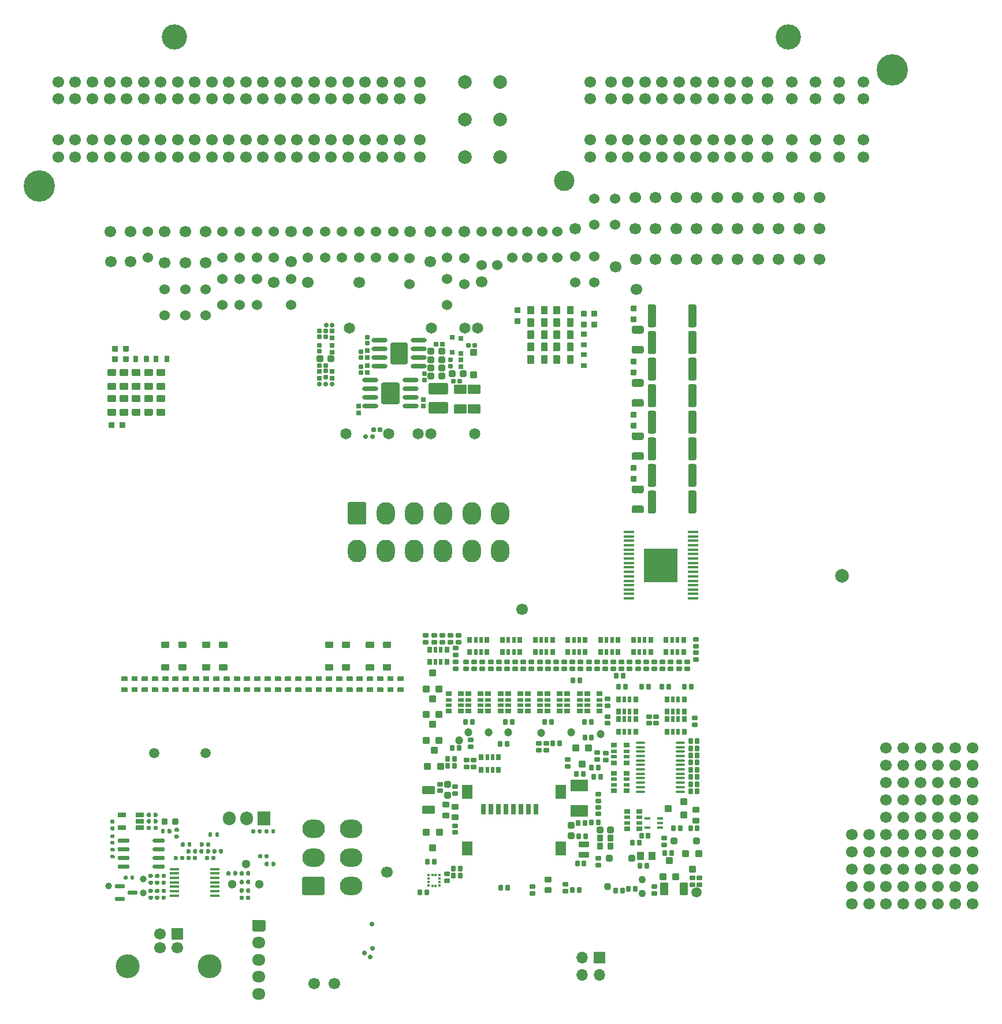
<source format=gbs>
G75*
G70*
%OFA0B0*%
%FSLAX25Y25*%
%IPPOS*%
%LPD*%
%AMOC8*
5,1,8,0,0,1.08239X$1,22.5*
%
%AMM168*
21,1,0.039370,0.030320,-0.000000,-0.000000,270.000000*
21,1,0.028350,0.041340,-0.000000,-0.000000,270.000000*
1,1,0.011020,-0.015160,-0.014170*
1,1,0.011020,-0.015160,0.014170*
1,1,0.011020,0.015160,0.014170*
1,1,0.011020,0.015160,-0.014170*
%
%AMM174*
21,1,0.031500,0.018900,-0.000000,-0.000000,0.000000*
21,1,0.022840,0.027560,-0.000000,-0.000000,0.000000*
1,1,0.008660,0.011420,-0.009450*
1,1,0.008660,-0.011420,-0.009450*
1,1,0.008660,-0.011420,0.009450*
1,1,0.008660,0.011420,0.009450*
%
%AMM177*
21,1,0.029530,0.026380,-0.000000,-0.000000,270.000000*
21,1,0.020470,0.035430,-0.000000,-0.000000,270.000000*
1,1,0.009060,-0.013190,-0.010240*
1,1,0.009060,-0.013190,0.010240*
1,1,0.009060,0.013190,0.010240*
1,1,0.009060,0.013190,-0.010240*
%
%AMM178*
21,1,0.021650,0.027950,-0.000000,-0.000000,270.000000*
21,1,0.014170,0.035430,-0.000000,-0.000000,270.000000*
1,1,0.007480,-0.013980,-0.007090*
1,1,0.007480,-0.013980,0.007090*
1,1,0.007480,0.013980,0.007090*
1,1,0.007480,0.013980,-0.007090*
%
%AMM180*
21,1,0.016540,0.028980,-0.000000,-0.000000,270.000000*
21,1,0.010080,0.035430,-0.000000,-0.000000,270.000000*
1,1,0.006460,-0.014490,-0.005040*
1,1,0.006460,-0.014490,0.005040*
1,1,0.006460,0.014490,0.005040*
1,1,0.006460,0.014490,-0.005040*
%
%AMM183*
21,1,0.031500,0.018900,-0.000000,-0.000000,270.000000*
21,1,0.022840,0.027560,-0.000000,-0.000000,270.000000*
1,1,0.008660,-0.009450,-0.011420*
1,1,0.008660,-0.009450,0.011420*
1,1,0.008660,0.009450,0.011420*
1,1,0.008660,0.009450,-0.011420*
%
%AMM197*
21,1,0.037400,0.026770,-0.000000,-0.000000,0.000000*
21,1,0.026770,0.037400,-0.000000,-0.000000,0.000000*
1,1,0.010630,0.013390,-0.013390*
1,1,0.010630,-0.013390,-0.013390*
1,1,0.010630,-0.013390,0.013390*
1,1,0.010630,0.013390,0.013390*
%
%AMM198*
21,1,0.039370,0.030320,-0.000000,-0.000000,0.000000*
21,1,0.028350,0.041340,-0.000000,-0.000000,0.000000*
1,1,0.011020,0.014170,-0.015160*
1,1,0.011020,-0.014170,-0.015160*
1,1,0.011020,-0.014170,0.015160*
1,1,0.011020,0.014170,0.015160*
%
%AMM199*
21,1,0.039760,0.026770,-0.000000,-0.000000,180.000000*
21,1,0.029130,0.037400,-0.000000,-0.000000,180.000000*
1,1,0.010630,-0.014570,0.013390*
1,1,0.010630,0.014570,0.013390*
1,1,0.010630,0.014570,-0.013390*
1,1,0.010630,-0.014570,-0.013390*
%
%AMM200*
21,1,0.074800,0.036220,-0.000000,-0.000000,180.000000*
21,1,0.061810,0.049210,-0.000000,-0.000000,180.000000*
1,1,0.012990,-0.030910,0.018110*
1,1,0.012990,0.030910,0.018110*
1,1,0.012990,0.030910,-0.018110*
1,1,0.012990,-0.030910,-0.018110*
%
%AMM201*
21,1,0.062990,0.020470,-0.000000,-0.000000,270.000000*
21,1,0.053940,0.029530,-0.000000,-0.000000,270.000000*
1,1,0.009060,-0.010240,-0.026970*
1,1,0.009060,-0.010240,0.026970*
1,1,0.009060,0.010240,0.026970*
1,1,0.009060,0.010240,-0.026970*
%
%AMM202*
21,1,0.082680,0.045670,-0.000000,-0.000000,270.000000*
21,1,0.067320,0.061020,-0.000000,-0.000000,270.000000*
1,1,0.015350,-0.022840,-0.033660*
1,1,0.015350,-0.022840,0.033660*
1,1,0.015350,0.022840,0.033660*
1,1,0.015350,0.022840,-0.033660*
%
%AMM203*
21,1,0.029530,0.026380,-0.000000,-0.000000,180.000000*
21,1,0.020470,0.035430,-0.000000,-0.000000,180.000000*
1,1,0.009060,-0.010240,0.013190*
1,1,0.009060,0.010240,0.013190*
1,1,0.009060,0.010240,-0.013190*
1,1,0.009060,-0.010240,-0.013190*
%
%AMM204*
21,1,0.021650,0.027950,-0.000000,-0.000000,180.000000*
21,1,0.014170,0.035430,-0.000000,-0.000000,180.000000*
1,1,0.007480,-0.007090,0.013980*
1,1,0.007480,0.007090,0.013980*
1,1,0.007480,0.007090,-0.013980*
1,1,0.007480,-0.007090,-0.013980*
%
%AMM205*
21,1,0.031500,0.030710,-0.000000,-0.000000,270.000000*
21,1,0.022050,0.040160,-0.000000,-0.000000,270.000000*
1,1,0.009450,-0.015350,-0.011020*
1,1,0.009450,-0.015350,0.011020*
1,1,0.009450,0.015350,0.011020*
1,1,0.009450,0.015350,-0.011020*
%
%AMM206*
21,1,0.031500,0.049610,-0.000000,-0.000000,90.000000*
21,1,0.022050,0.059060,-0.000000,-0.000000,90.000000*
1,1,0.009450,0.024800,0.011020*
1,1,0.009450,0.024800,-0.011020*
1,1,0.009450,-0.024800,-0.011020*
1,1,0.009450,-0.024800,0.011020*
%
%AMM207*
21,1,0.031500,0.030710,-0.000000,-0.000000,180.000000*
21,1,0.022050,0.040160,-0.000000,-0.000000,180.000000*
1,1,0.009450,-0.011020,0.015350*
1,1,0.009450,0.011020,0.015350*
1,1,0.009450,0.011020,-0.015350*
1,1,0.009450,-0.011020,-0.015350*
%
%AMM208*
21,1,0.074800,0.036220,-0.000000,-0.000000,270.000000*
21,1,0.061810,0.049210,-0.000000,-0.000000,270.000000*
1,1,0.012990,-0.018110,-0.030910*
1,1,0.012990,-0.018110,0.030910*
1,1,0.012990,0.018110,0.030910*
1,1,0.012990,0.018110,-0.030910*
%
%AMM209*
21,1,0.037400,0.026770,-0.000000,-0.000000,90.000000*
21,1,0.026770,0.037400,-0.000000,-0.000000,90.000000*
1,1,0.010630,0.013390,0.013390*
1,1,0.010630,0.013390,-0.013390*
1,1,0.010630,-0.013390,-0.013390*
1,1,0.010630,-0.013390,0.013390*
%
%AMM293*
21,1,0.041340,0.026770,0.000000,-0.000000,270.000000*
21,1,0.029130,0.038980,0.000000,-0.000000,270.000000*
1,1,0.012210,-0.013390,-0.014570*
1,1,0.012210,-0.013390,0.014570*
1,1,0.012210,0.013390,0.014570*
1,1,0.012210,0.013390,-0.014570*
%
%AMM294*
21,1,0.076380,0.036220,0.000000,-0.000000,0.000000*
21,1,0.061810,0.050790,0.000000,-0.000000,0.000000*
1,1,0.014570,0.030910,-0.018110*
1,1,0.014570,-0.030910,-0.018110*
1,1,0.014570,-0.030910,0.018110*
1,1,0.014570,0.030910,0.018110*
%
%AMM297*
21,1,0.029130,0.018900,0.000000,-0.000000,0.000000*
21,1,0.018900,0.029130,0.000000,-0.000000,0.000000*
1,1,0.010240,0.009450,-0.009450*
1,1,0.010240,-0.009450,-0.009450*
1,1,0.010240,-0.009450,0.009450*
1,1,0.010240,0.009450,0.009450*
%
%AMM298*
21,1,0.025200,0.019680,0.000000,-0.000000,270.000000*
21,1,0.015750,0.029130,0.000000,-0.000000,270.000000*
1,1,0.009450,-0.009840,-0.007870*
1,1,0.009450,-0.009840,0.007870*
1,1,0.009450,0.009840,0.007870*
1,1,0.009450,0.009840,-0.007870*
%
%AMM299*
21,1,0.025200,0.019680,0.000000,-0.000000,180.000000*
21,1,0.015750,0.029130,0.000000,-0.000000,180.000000*
1,1,0.009450,-0.007870,0.009840*
1,1,0.009450,0.007870,0.009840*
1,1,0.009450,0.007870,-0.009840*
1,1,0.009450,-0.007870,-0.009840*
%
%AMM305*
21,1,0.111810,0.050390,0.000000,-0.000000,0.000000*
21,1,0.093700,0.068500,0.000000,-0.000000,0.000000*
1,1,0.018110,0.046850,-0.025200*
1,1,0.018110,-0.046850,-0.025200*
1,1,0.018110,-0.046850,0.025200*
1,1,0.018110,0.046850,0.025200*
%
%AMM306*
21,1,0.038980,0.026770,0.000000,-0.000000,180.000000*
21,1,0.026770,0.038980,0.000000,-0.000000,180.000000*
1,1,0.012210,-0.013390,0.013390*
1,1,0.012210,0.013390,0.013390*
1,1,0.012210,0.013390,-0.013390*
1,1,0.012210,-0.013390,-0.013390*
%
%AMM307*
21,1,0.029130,0.018900,0.000000,-0.000000,90.000000*
21,1,0.018900,0.029130,0.000000,-0.000000,90.000000*
1,1,0.010240,0.009450,0.009450*
1,1,0.010240,0.009450,-0.009450*
1,1,0.010240,-0.009450,-0.009450*
1,1,0.010240,-0.009450,0.009450*
%
%AMM308*
21,1,0.127560,0.075590,0.000000,-0.000000,90.000000*
21,1,0.103150,0.100000,0.000000,-0.000000,90.000000*
1,1,0.024410,0.037800,0.051580*
1,1,0.024410,0.037800,-0.051580*
1,1,0.024410,-0.037800,-0.051580*
1,1,0.024410,-0.037800,0.051580*
%
%AMM309*
21,1,0.123620,0.083460,0.000000,-0.000000,270.000000*
21,1,0.097240,0.109840,0.000000,-0.000000,270.000000*
1,1,0.026380,-0.041730,-0.048620*
1,1,0.026380,-0.041730,0.048620*
1,1,0.026380,0.041730,0.048620*
1,1,0.026380,0.041730,-0.048620*
%
%ADD11C,0.06693*%
%ADD12O,0.07677X0.06693*%
%ADD127C,0.03900*%
%ADD13C,0.06000*%
%ADD14C,0.07874*%
%ADD15R,0.06693X0.06693*%
%ADD155C,0.04294*%
%ADD156C,0.04724*%
%ADD16C,0.13780*%
%ADD17C,0.02362*%
%ADD182R,0.04331X0.04724*%
%ADD186R,0.09843X0.07087*%
%ADD194O,0.05354X0.01378*%
%ADD195R,0.01378X0.01772*%
%ADD196R,0.01772X0.01378*%
%ADD229C,0.02913*%
%ADD230C,0.06457*%
%ADD250R,0.19500X0.19500*%
%ADD259C,0.05118*%
%ADD262R,0.07500X0.07874*%
%ADD263O,0.07500X0.07874*%
%ADD265R,0.05709X0.01772*%
%ADD266R,0.04803X0.02559*%
%ADD27C,0.11811*%
%ADD35O,0.12992X0.10630*%
%ADD371M168*%
%ADD377M174*%
%ADD380M177*%
%ADD381M178*%
%ADD383M180*%
%ADD386M183*%
%ADD400M197*%
%ADD401M198*%
%ADD402M199*%
%ADD403M200*%
%ADD404M201*%
%ADD405M202*%
%ADD406M203*%
%ADD407M204*%
%ADD408M205*%
%ADD409M206*%
%ADD410M207*%
%ADD411M208*%
%ADD412M209*%
%ADD445O,0.09213X0.02520*%
%ADD47O,0.06693X0.06693*%
%ADD499M293*%
%ADD500M294*%
%ADD503M297*%
%ADD504M298*%
%ADD505M299*%
%ADD511M305*%
%ADD512M306*%
%ADD513M307*%
%ADD514M308*%
%ADD515M309*%
%ADD516R,0.06300X0.01700*%
%ADD53C,0.05906*%
%ADD65O,0.10630X0.12992*%
%ADD85C,0.18110*%
%ADD86C,0.14567*%
X0000000Y0000000D02*
%LPD*%
G01*
D11*
X0411417Y0505906D03*
G36*
G01*
X0191240Y0089173D02*
X0196949Y0089173D01*
G75*
G02*
X0197933Y0088189I0000000J-000984D01*
G01*
X0197933Y0083465D01*
G75*
G02*
X0196949Y0082480I-000984J0000000D01*
G01*
X0191240Y0082480D01*
G75*
G02*
X0190256Y0083465I0000000J0000984D01*
G01*
X0190256Y0088189D01*
G75*
G02*
X0191240Y0089173I0000984J0000000D01*
G01*
G37*
D12*
X0194094Y0075984D03*
X0194094Y0066142D03*
X0194094Y0056299D03*
X0194094Y0046457D03*
D11*
X0505906Y0470472D03*
X0446850Y0488189D03*
D13*
X0331890Y0486220D03*
X0331890Y0466929D03*
D11*
X0268110Y0116535D03*
X0482283Y0505906D03*
X0596089Y0098208D03*
X0596089Y0108208D03*
X0596089Y0118208D03*
X0596089Y0128208D03*
X0596089Y0138208D03*
X0606089Y0098208D03*
X0606089Y0108208D03*
X0606089Y0118208D03*
X0606089Y0128208D03*
X0606089Y0138208D03*
X0312598Y0486240D03*
D85*
X0067569Y0512795D03*
D86*
X0145325Y0598819D03*
D27*
X0370522Y0515748D03*
D86*
X0499656Y0598819D03*
D85*
X0559695Y0579724D03*
D11*
X0542963Y0572835D03*
X0529183Y0572835D03*
X0515404Y0572835D03*
X0501624Y0572835D03*
X0487844Y0572835D03*
X0476033Y0572835D03*
X0466191Y0572835D03*
X0456348Y0572835D03*
X0446506Y0572835D03*
X0436663Y0572835D03*
X0426821Y0572835D03*
X0416978Y0572835D03*
X0407136Y0572835D03*
X0397293Y0572835D03*
X0385482Y0572835D03*
X0542963Y0562992D03*
X0529183Y0562992D03*
X0515404Y0562992D03*
X0501624Y0562992D03*
X0487844Y0562992D03*
X0476033Y0562992D03*
X0466191Y0562992D03*
X0456348Y0562992D03*
X0446506Y0562992D03*
X0436663Y0562992D03*
X0426821Y0562992D03*
X0416978Y0562992D03*
X0407136Y0562992D03*
X0397293Y0562992D03*
X0385482Y0562992D03*
X0542963Y0539370D03*
X0529183Y0539370D03*
X0515404Y0539370D03*
X0501624Y0539370D03*
X0487844Y0539370D03*
X0476033Y0539370D03*
X0466191Y0539370D03*
X0456348Y0539370D03*
X0446506Y0539370D03*
X0436663Y0539370D03*
X0426821Y0539370D03*
X0416978Y0539370D03*
X0407136Y0539370D03*
X0397293Y0539370D03*
X0385482Y0539370D03*
X0542963Y0529528D03*
X0529183Y0529528D03*
X0515404Y0529528D03*
X0501624Y0529528D03*
X0487844Y0529528D03*
X0476033Y0529528D03*
X0466191Y0529528D03*
X0456348Y0529528D03*
X0446506Y0529528D03*
X0436663Y0529528D03*
X0426821Y0529528D03*
X0416978Y0529528D03*
X0407136Y0529528D03*
X0397293Y0529528D03*
X0385482Y0529528D03*
D14*
X0333514Y0572835D03*
X0313041Y0572835D03*
X0333514Y0551181D03*
X0313041Y0551181D03*
X0333514Y0529528D03*
X0313041Y0529528D03*
D11*
X0287057Y0572835D03*
X0275246Y0572835D03*
X0265404Y0572835D03*
X0255561Y0572835D03*
X0245719Y0572835D03*
X0235876Y0572835D03*
X0226033Y0572835D03*
X0216191Y0572835D03*
X0206348Y0572835D03*
X0196506Y0572835D03*
X0186663Y0572835D03*
X0176821Y0572835D03*
X0166978Y0572835D03*
X0157136Y0572835D03*
X0147293Y0572835D03*
X0137451Y0572835D03*
X0127608Y0572835D03*
X0117766Y0572835D03*
X0107923Y0572835D03*
X0098081Y0572835D03*
X0088238Y0572835D03*
X0078396Y0572835D03*
X0287057Y0562992D03*
X0275246Y0562992D03*
X0265404Y0562992D03*
X0255561Y0562992D03*
X0245719Y0562992D03*
X0235876Y0562992D03*
X0226033Y0562992D03*
X0216191Y0562992D03*
X0206348Y0562992D03*
X0196506Y0562992D03*
X0186663Y0562992D03*
X0176821Y0562992D03*
X0166978Y0562992D03*
X0157136Y0562992D03*
X0147293Y0562992D03*
X0137451Y0562992D03*
X0127608Y0562992D03*
X0117766Y0562992D03*
X0107923Y0562992D03*
X0098081Y0562992D03*
X0088238Y0562992D03*
X0078396Y0562992D03*
X0287057Y0539370D03*
X0275246Y0539370D03*
X0265404Y0539370D03*
X0255561Y0539370D03*
X0245719Y0539370D03*
X0235876Y0539370D03*
X0226033Y0539370D03*
X0216191Y0539370D03*
X0206348Y0539370D03*
X0196506Y0539370D03*
X0186663Y0539370D03*
X0176821Y0539370D03*
X0166978Y0539370D03*
X0157136Y0539370D03*
X0147293Y0539370D03*
X0137451Y0539370D03*
X0127608Y0539370D03*
X0117766Y0539370D03*
X0107923Y0539370D03*
X0098081Y0539370D03*
X0088238Y0539370D03*
X0078396Y0539370D03*
X0287057Y0529528D03*
X0275246Y0529528D03*
X0265404Y0529528D03*
X0255561Y0529528D03*
X0245719Y0529528D03*
X0235876Y0529528D03*
X0226033Y0529528D03*
X0216191Y0529528D03*
X0206348Y0529528D03*
X0196506Y0529528D03*
X0186663Y0529528D03*
X0176821Y0529528D03*
X0166978Y0529528D03*
X0157136Y0529528D03*
X0147293Y0529528D03*
X0137451Y0529528D03*
X0127608Y0529528D03*
X0117766Y0529528D03*
X0107923Y0529528D03*
X0098081Y0529528D03*
X0088238Y0529528D03*
X0078396Y0529528D03*
D13*
X0163386Y0438169D03*
X0163386Y0453169D03*
D11*
X0458661Y0505906D03*
D13*
X0139764Y0438169D03*
X0139764Y0453169D03*
D11*
X0411811Y0470472D03*
X0237598Y0052461D03*
X0458661Y0488189D03*
X0322835Y0457480D03*
D13*
X0183071Y0471240D03*
X0183071Y0486240D03*
D11*
X0494094Y0488189D03*
D13*
X0212598Y0444075D03*
X0212598Y0459075D03*
D11*
X0470472Y0470472D03*
D15*
X0146998Y0081040D03*
D11*
X0137156Y0081040D03*
X0137156Y0073166D03*
X0146998Y0073166D03*
D16*
X0165778Y0062497D03*
X0118376Y0062497D03*
D11*
X0226181Y0052461D03*
X0555931Y0098208D03*
X0555931Y0108208D03*
X0555931Y0118208D03*
X0555931Y0128208D03*
X0555931Y0138208D03*
X0565931Y0098208D03*
X0565931Y0108208D03*
X0565931Y0118208D03*
X0565931Y0128208D03*
X0565931Y0138208D03*
X0108661Y0468898D03*
X0435039Y0488189D03*
X0505906Y0488189D03*
X0505906Y0505906D03*
D13*
X0302756Y0471240D03*
X0302756Y0486240D03*
D11*
X0470472Y0505906D03*
D13*
X0399606Y0490531D03*
X0399606Y0505531D03*
D11*
X0139764Y0468504D03*
X0576010Y0148208D03*
X0576010Y0158208D03*
X0576010Y0168208D03*
X0576010Y0178208D03*
X0576010Y0188208D03*
X0586010Y0148208D03*
X0586010Y0158208D03*
X0586010Y0168208D03*
X0586010Y0178208D03*
X0586010Y0188208D03*
X0222441Y0457087D03*
X0494094Y0470472D03*
X0120079Y0486220D03*
D13*
X0192913Y0444075D03*
X0192913Y0459075D03*
X0340551Y0471220D03*
X0340551Y0486220D03*
X0151575Y0438169D03*
X0151575Y0453169D03*
D11*
X0163386Y0486220D03*
G36*
G01*
X0231102Y0103346D02*
X0220079Y0103346D01*
G75*
G02*
X0219094Y0104331I0000000J0000984D01*
G01*
X0219094Y0112992D01*
G75*
G02*
X0220079Y0113976I0000984J0000000D01*
G01*
X0231102Y0113976D01*
G75*
G02*
X0232087Y0112992I0000000J-000984D01*
G01*
X0232087Y0104331D01*
G75*
G02*
X0231102Y0103346I-000984J0000000D01*
G01*
G37*
D35*
X0225591Y0125197D03*
X0225591Y0141732D03*
X0247244Y0108661D03*
X0247244Y0125197D03*
X0247244Y0141732D03*
D11*
X0446850Y0470472D03*
X0517717Y0505906D03*
X0555931Y0148208D03*
X0555931Y0158208D03*
X0555931Y0168208D03*
X0555931Y0178208D03*
X0555931Y0188208D03*
X0565931Y0148208D03*
X0565931Y0158208D03*
X0565931Y0168208D03*
X0565931Y0178208D03*
X0565931Y0188208D03*
X0576010Y0098208D03*
X0576010Y0108208D03*
X0576010Y0118208D03*
X0576010Y0128208D03*
X0576010Y0138208D03*
X0586010Y0098208D03*
X0586010Y0108208D03*
X0586010Y0118208D03*
X0586010Y0128208D03*
X0586010Y0138208D03*
X0163386Y0468504D03*
D15*
X0390846Y0067255D03*
D47*
X0390846Y0057255D03*
X0380846Y0067255D03*
X0380846Y0057255D03*
D13*
X0232283Y0471240D03*
X0232283Y0486240D03*
X0173228Y0444075D03*
X0173228Y0459075D03*
X0173228Y0471240D03*
X0173228Y0486240D03*
X0322835Y0486220D03*
X0322835Y0466929D03*
D11*
X0435039Y0470472D03*
D13*
X0376772Y0457067D03*
X0376772Y0472067D03*
D11*
X0423228Y0488189D03*
X0151575Y0468504D03*
D53*
X0318701Y0369783D03*
X0293504Y0369783D03*
X0286024Y0369783D03*
X0269094Y0369783D03*
D17*
X0259646Y0368012D03*
X0255709Y0368012D03*
D53*
X0244488Y0369783D03*
X0320472Y0430807D03*
X0313189Y0430807D03*
X0293701Y0430807D03*
X0246260Y0430807D03*
D11*
X0400000Y0466142D03*
X0517717Y0470472D03*
X0139764Y0486220D03*
D13*
X0192913Y0471240D03*
X0192913Y0486240D03*
X0222441Y0471240D03*
X0222441Y0486240D03*
X0357874Y0471220D03*
X0357874Y0486220D03*
D11*
X0151575Y0486220D03*
X0281496Y0486220D03*
X0482283Y0470472D03*
D53*
X0163385Y0185433D03*
X0133858Y0185433D03*
D13*
X0281102Y0455886D03*
X0281102Y0470886D03*
D11*
X0470472Y0488189D03*
G36*
G01*
X0245472Y0318307D02*
X0245472Y0329331D01*
G75*
G02*
X0246457Y0330315I0000984J0000000D01*
G01*
X0255118Y0330315D01*
G75*
G02*
X0256102Y0329331I0000000J-000984D01*
G01*
X0256102Y0318307D01*
G75*
G02*
X0255118Y0317323I-000984J0000000D01*
G01*
X0246457Y0317323D01*
G75*
G02*
X0245472Y0318307I0000000J0000984D01*
G01*
G37*
D65*
X0267323Y0323819D03*
X0283858Y0323819D03*
X0300394Y0323819D03*
X0316929Y0323819D03*
X0333465Y0323819D03*
X0250787Y0302165D03*
X0267323Y0302165D03*
X0283858Y0302165D03*
X0300394Y0302165D03*
X0316929Y0302165D03*
X0333465Y0302165D03*
D11*
X0423228Y0470472D03*
X0212598Y0468898D03*
X0202756Y0457087D03*
D13*
X0349213Y0471220D03*
X0349213Y0486220D03*
D11*
X0251969Y0457087D03*
D13*
X0312598Y0455886D03*
X0312598Y0470886D03*
X0183071Y0444075D03*
X0183071Y0459075D03*
X0387795Y0457067D03*
X0387795Y0472067D03*
D11*
X0376772Y0488189D03*
X0411417Y0488189D03*
X0423228Y0505906D03*
D13*
X0202756Y0471240D03*
X0202756Y0486240D03*
X0261811Y0471240D03*
X0261811Y0486240D03*
D11*
X0458661Y0470472D03*
X0517717Y0488189D03*
X0536271Y0098208D03*
X0536271Y0108208D03*
X0536271Y0118208D03*
X0536271Y0128208D03*
X0536271Y0138208D03*
X0546271Y0098208D03*
X0546271Y0108208D03*
X0546271Y0118208D03*
X0546271Y0128208D03*
X0546271Y0138208D03*
X0212598Y0486220D03*
X0412205Y0453150D03*
D17*
X0258563Y0067815D03*
X0255118Y0069882D03*
X0259744Y0072835D03*
X0259449Y0086811D03*
D11*
X0596089Y0148208D03*
X0596089Y0158208D03*
X0596089Y0168208D03*
X0596089Y0178208D03*
X0596089Y0188208D03*
X0606089Y0148208D03*
X0606089Y0158208D03*
X0606089Y0168208D03*
X0606089Y0178208D03*
X0606089Y0188208D03*
X0494094Y0505906D03*
D13*
X0271654Y0471240D03*
X0271654Y0486240D03*
D11*
X0108268Y0486220D03*
D17*
X0236516Y0398228D03*
X0232776Y0398228D03*
X0229035Y0398228D03*
X0232972Y0432480D03*
X0236516Y0432480D03*
D11*
X0120079Y0468898D03*
X0482283Y0488189D03*
D13*
X0129921Y0471220D03*
X0129921Y0486220D03*
D11*
X0292913Y0468898D03*
D13*
X0302756Y0444075D03*
X0302756Y0459075D03*
X0387795Y0490531D03*
X0387795Y0505531D03*
X0366535Y0471220D03*
X0366535Y0486220D03*
X0242126Y0471240D03*
X0242126Y0486240D03*
D11*
X0292913Y0486220D03*
X0346063Y0268504D03*
X0435039Y0505906D03*
X0446850Y0505906D03*
D13*
X0251969Y0471240D03*
X0251969Y0486240D03*
G36*
G01*
X0274429Y0229626D02*
X0277500Y0229626D01*
G75*
G02*
X0277776Y0229350I0000000J-000276D01*
G01*
X0277776Y0227146D01*
G75*
G02*
X0277500Y0226870I-000276J0000000D01*
G01*
X0274429Y0226870D01*
G75*
G02*
X0274154Y0227146I0000000J0000276D01*
G01*
X0274154Y0229350D01*
G75*
G02*
X0274429Y0229626I0000276J0000000D01*
G01*
G37*
G36*
G01*
X0274429Y0223327D02*
X0277500Y0223327D01*
G75*
G02*
X0277776Y0223051I0000000J-000276D01*
G01*
X0277776Y0220846D01*
G75*
G02*
X0277500Y0220571I-000276J0000000D01*
G01*
X0274429Y0220571D01*
G75*
G02*
X0274154Y0220846I0000000J0000276D01*
G01*
X0274154Y0223051D01*
G75*
G02*
X0274429Y0223327I0000276J0000000D01*
G01*
G37*
G36*
G01*
X0191752Y0229626D02*
X0194823Y0229626D01*
G75*
G02*
X0195098Y0229350I0000000J-000276D01*
G01*
X0195098Y0227146D01*
G75*
G02*
X0194823Y0226870I-000276J0000000D01*
G01*
X0191752Y0226870D01*
G75*
G02*
X0191476Y0227146I0000000J0000276D01*
G01*
X0191476Y0229350D01*
G75*
G02*
X0191752Y0229626I0000276J0000000D01*
G01*
G37*
G36*
G01*
X0191752Y0223327D02*
X0194823Y0223327D01*
G75*
G02*
X0195098Y0223051I0000000J-000276D01*
G01*
X0195098Y0220846D01*
G75*
G02*
X0194823Y0220571I-000276J0000000D01*
G01*
X0191752Y0220571D01*
G75*
G02*
X0191476Y0220846I0000000J0000276D01*
G01*
X0191476Y0223051D01*
G75*
G02*
X0191752Y0223327I0000276J0000000D01*
G01*
G37*
G36*
G01*
X0138583Y0229626D02*
X0141654Y0229626D01*
G75*
G02*
X0141929Y0229350I0000000J-000276D01*
G01*
X0141929Y0227146D01*
G75*
G02*
X0141654Y0226870I-000276J0000000D01*
G01*
X0138583Y0226870D01*
G75*
G02*
X0138307Y0227146I0000000J0000276D01*
G01*
X0138307Y0229350D01*
G75*
G02*
X0138583Y0229626I0000276J0000000D01*
G01*
G37*
G36*
G01*
X0138583Y0223327D02*
X0141654Y0223327D01*
G75*
G02*
X0141929Y0223051I0000000J-000276D01*
G01*
X0141929Y0220846D01*
G75*
G02*
X0141654Y0220571I-000276J0000000D01*
G01*
X0138583Y0220571D01*
G75*
G02*
X0138307Y0220846I0000000J0000276D01*
G01*
X0138307Y0223051D01*
G75*
G02*
X0138583Y0223327I0000276J0000000D01*
G01*
G37*
G36*
G01*
X0156299Y0229626D02*
X0159370Y0229626D01*
G75*
G02*
X0159646Y0229350I0000000J-000276D01*
G01*
X0159646Y0227146D01*
G75*
G02*
X0159370Y0226870I-000276J0000000D01*
G01*
X0156299Y0226870D01*
G75*
G02*
X0156024Y0227146I0000000J0000276D01*
G01*
X0156024Y0229350D01*
G75*
G02*
X0156299Y0229626I0000276J0000000D01*
G01*
G37*
G36*
G01*
X0156299Y0223327D02*
X0159370Y0223327D01*
G75*
G02*
X0159646Y0223051I0000000J-000276D01*
G01*
X0159646Y0220846D01*
G75*
G02*
X0159370Y0220571I-000276J0000000D01*
G01*
X0156299Y0220571D01*
G75*
G02*
X0156024Y0220846I0000000J0000276D01*
G01*
X0156024Y0223051D01*
G75*
G02*
X0156299Y0223327I0000276J0000000D01*
G01*
G37*
G36*
G01*
X0114961Y0229626D02*
X0118031Y0229626D01*
G75*
G02*
X0118307Y0229350I0000000J-000276D01*
G01*
X0118307Y0227146D01*
G75*
G02*
X0118031Y0226870I-000276J0000000D01*
G01*
X0114961Y0226870D01*
G75*
G02*
X0114685Y0227146I0000000J0000276D01*
G01*
X0114685Y0229350D01*
G75*
G02*
X0114961Y0229626I0000276J0000000D01*
G01*
G37*
G36*
G01*
X0114961Y0223327D02*
X0118031Y0223327D01*
G75*
G02*
X0118307Y0223051I0000000J-000276D01*
G01*
X0118307Y0220846D01*
G75*
G02*
X0118031Y0220571I-000276J0000000D01*
G01*
X0114961Y0220571D01*
G75*
G02*
X0114685Y0220846I0000000J0000276D01*
G01*
X0114685Y0223051D01*
G75*
G02*
X0114961Y0223327I0000276J0000000D01*
G01*
G37*
G36*
G01*
X0203563Y0229626D02*
X0206634Y0229626D01*
G75*
G02*
X0206909Y0229350I0000000J-000276D01*
G01*
X0206909Y0227146D01*
G75*
G02*
X0206634Y0226870I-000276J0000000D01*
G01*
X0203563Y0226870D01*
G75*
G02*
X0203287Y0227146I0000000J0000276D01*
G01*
X0203287Y0229350D01*
G75*
G02*
X0203563Y0229626I0000276J0000000D01*
G01*
G37*
G36*
G01*
X0203563Y0223327D02*
X0206634Y0223327D01*
G75*
G02*
X0206909Y0223051I0000000J-000276D01*
G01*
X0206909Y0220846D01*
G75*
G02*
X0206634Y0220571I-000276J0000000D01*
G01*
X0203563Y0220571D01*
G75*
G02*
X0203287Y0220846I0000000J0000276D01*
G01*
X0203287Y0223051D01*
G75*
G02*
X0203563Y0223327I0000276J0000000D01*
G01*
G37*
G36*
G01*
X0236634Y0233169D02*
X0232618Y0233169D01*
G75*
G02*
X0232264Y0233524I0000000J0000354D01*
G01*
X0232264Y0236358D01*
G75*
G02*
X0232618Y0236713I0000354J0000000D01*
G01*
X0236634Y0236713D01*
G75*
G02*
X0236988Y0236358I0000000J-000354D01*
G01*
X0236988Y0233524D01*
G75*
G02*
X0236634Y0233169I-000354J0000000D01*
G01*
G37*
G36*
G01*
X0236634Y0246161D02*
X0232618Y0246161D01*
G75*
G02*
X0232264Y0246516I0000000J0000354D01*
G01*
X0232264Y0249350D01*
G75*
G02*
X0232618Y0249705I0000354J0000000D01*
G01*
X0236634Y0249705D01*
G75*
G02*
X0236988Y0249350I0000000J-000354D01*
G01*
X0236988Y0246516D01*
G75*
G02*
X0236634Y0246161I-000354J0000000D01*
G01*
G37*
G36*
G01*
X0262618Y0229626D02*
X0265689Y0229626D01*
G75*
G02*
X0265965Y0229350I0000000J-000276D01*
G01*
X0265965Y0227146D01*
G75*
G02*
X0265689Y0226870I-000276J0000000D01*
G01*
X0262618Y0226870D01*
G75*
G02*
X0262343Y0227146I0000000J0000276D01*
G01*
X0262343Y0229350D01*
G75*
G02*
X0262618Y0229626I0000276J0000000D01*
G01*
G37*
G36*
G01*
X0262618Y0223327D02*
X0265689Y0223327D01*
G75*
G02*
X0265965Y0223051I0000000J-000276D01*
G01*
X0265965Y0220846D01*
G75*
G02*
X0265689Y0220571I-000276J0000000D01*
G01*
X0262618Y0220571D01*
G75*
G02*
X0262343Y0220846I0000000J0000276D01*
G01*
X0262343Y0223051D01*
G75*
G02*
X0262618Y0223327I0000276J0000000D01*
G01*
G37*
D14*
X0530709Y0287795D03*
G36*
G01*
X0238996Y0229626D02*
X0242067Y0229626D01*
G75*
G02*
X0242343Y0229350I0000000J-000276D01*
G01*
X0242343Y0227146D01*
G75*
G02*
X0242067Y0226870I-000276J0000000D01*
G01*
X0238996Y0226870D01*
G75*
G02*
X0238720Y0227146I0000000J0000276D01*
G01*
X0238720Y0229350D01*
G75*
G02*
X0238996Y0229626I0000276J0000000D01*
G01*
G37*
G36*
G01*
X0238996Y0223327D02*
X0242067Y0223327D01*
G75*
G02*
X0242343Y0223051I0000000J-000276D01*
G01*
X0242343Y0220846D01*
G75*
G02*
X0242067Y0220571I-000276J0000000D01*
G01*
X0238996Y0220571D01*
G75*
G02*
X0238720Y0220846I0000000J0000276D01*
G01*
X0238720Y0223051D01*
G75*
G02*
X0238996Y0223327I0000276J0000000D01*
G01*
G37*
G36*
G01*
X0246476Y0233169D02*
X0242461Y0233169D01*
G75*
G02*
X0242106Y0233524I0000000J0000354D01*
G01*
X0242106Y0236358D01*
G75*
G02*
X0242461Y0236713I0000354J0000000D01*
G01*
X0246476Y0236713D01*
G75*
G02*
X0246831Y0236358I0000000J-000354D01*
G01*
X0246831Y0233524D01*
G75*
G02*
X0246476Y0233169I-000354J0000000D01*
G01*
G37*
G36*
G01*
X0246476Y0246161D02*
X0242461Y0246161D01*
G75*
G02*
X0242106Y0246516I0000000J0000354D01*
G01*
X0242106Y0249350D01*
G75*
G02*
X0242461Y0249705I0000354J0000000D01*
G01*
X0246476Y0249705D01*
G75*
G02*
X0246831Y0249350I0000000J-000354D01*
G01*
X0246831Y0246516D01*
G75*
G02*
X0246476Y0246161I-000354J0000000D01*
G01*
G37*
G36*
G01*
X0150394Y0229626D02*
X0153465Y0229626D01*
G75*
G02*
X0153740Y0229350I0000000J-000276D01*
G01*
X0153740Y0227146D01*
G75*
G02*
X0153465Y0226870I-000276J0000000D01*
G01*
X0150394Y0226870D01*
G75*
G02*
X0150118Y0227146I0000000J0000276D01*
G01*
X0150118Y0229350D01*
G75*
G02*
X0150394Y0229626I0000276J0000000D01*
G01*
G37*
G36*
G01*
X0150394Y0223327D02*
X0153465Y0223327D01*
G75*
G02*
X0153740Y0223051I0000000J-000276D01*
G01*
X0153740Y0220846D01*
G75*
G02*
X0153465Y0220571I-000276J0000000D01*
G01*
X0150394Y0220571D01*
G75*
G02*
X0150118Y0220846I0000000J0000276D01*
G01*
X0150118Y0223051D01*
G75*
G02*
X0150394Y0223327I0000276J0000000D01*
G01*
G37*
G36*
G01*
X0227185Y0229626D02*
X0230256Y0229626D01*
G75*
G02*
X0230531Y0229350I0000000J-000276D01*
G01*
X0230531Y0227146D01*
G75*
G02*
X0230256Y0226870I-000276J0000000D01*
G01*
X0227185Y0226870D01*
G75*
G02*
X0226909Y0227146I0000000J0000276D01*
G01*
X0226909Y0229350D01*
G75*
G02*
X0227185Y0229626I0000276J0000000D01*
G01*
G37*
G36*
G01*
X0227185Y0223327D02*
X0230256Y0223327D01*
G75*
G02*
X0230531Y0223051I0000000J-000276D01*
G01*
X0230531Y0220846D01*
G75*
G02*
X0230256Y0220571I-000276J0000000D01*
G01*
X0227185Y0220571D01*
G75*
G02*
X0226909Y0220846I0000000J0000276D01*
G01*
X0226909Y0223051D01*
G75*
G02*
X0227185Y0223327I0000276J0000000D01*
G01*
G37*
G36*
G01*
X0165748Y0233169D02*
X0161732Y0233169D01*
G75*
G02*
X0161378Y0233524I0000000J0000354D01*
G01*
X0161378Y0236358D01*
G75*
G02*
X0161732Y0236713I0000354J0000000D01*
G01*
X0165748Y0236713D01*
G75*
G02*
X0166102Y0236358I0000000J-000354D01*
G01*
X0166102Y0233524D01*
G75*
G02*
X0165748Y0233169I-000354J0000000D01*
G01*
G37*
G36*
G01*
X0165748Y0246161D02*
X0161732Y0246161D01*
G75*
G02*
X0161378Y0246516I0000000J0000354D01*
G01*
X0161378Y0249350D01*
G75*
G02*
X0161732Y0249705I0000354J0000000D01*
G01*
X0165748Y0249705D01*
G75*
G02*
X0166102Y0249350I0000000J-000354D01*
G01*
X0166102Y0246516D01*
G75*
G02*
X0165748Y0246161I-000354J0000000D01*
G01*
G37*
G36*
G01*
X0244902Y0229626D02*
X0247972Y0229626D01*
G75*
G02*
X0248248Y0229350I0000000J-000276D01*
G01*
X0248248Y0227146D01*
G75*
G02*
X0247972Y0226870I-000276J0000000D01*
G01*
X0244902Y0226870D01*
G75*
G02*
X0244626Y0227146I0000000J0000276D01*
G01*
X0244626Y0229350D01*
G75*
G02*
X0244902Y0229626I0000276J0000000D01*
G01*
G37*
G36*
G01*
X0244902Y0223327D02*
X0247972Y0223327D01*
G75*
G02*
X0248248Y0223051I0000000J-000276D01*
G01*
X0248248Y0220846D01*
G75*
G02*
X0247972Y0220571I-000276J0000000D01*
G01*
X0244902Y0220571D01*
G75*
G02*
X0244626Y0220846I0000000J0000276D01*
G01*
X0244626Y0223051D01*
G75*
G02*
X0244902Y0223327I0000276J0000000D01*
G01*
G37*
G36*
G01*
X0132677Y0229626D02*
X0135748Y0229626D01*
G75*
G02*
X0136024Y0229350I0000000J-000276D01*
G01*
X0136024Y0227146D01*
G75*
G02*
X0135748Y0226870I-000276J0000000D01*
G01*
X0132677Y0226870D01*
G75*
G02*
X0132402Y0227146I0000000J0000276D01*
G01*
X0132402Y0229350D01*
G75*
G02*
X0132677Y0229626I0000276J0000000D01*
G01*
G37*
G36*
G01*
X0132677Y0223327D02*
X0135748Y0223327D01*
G75*
G02*
X0136024Y0223051I0000000J-000276D01*
G01*
X0136024Y0220846D01*
G75*
G02*
X0135748Y0220571I-000276J0000000D01*
G01*
X0132677Y0220571D01*
G75*
G02*
X0132402Y0220846I0000000J0000276D01*
G01*
X0132402Y0223051D01*
G75*
G02*
X0132677Y0223327I0000276J0000000D01*
G01*
G37*
G36*
G01*
X0151969Y0233169D02*
X0147953Y0233169D01*
G75*
G02*
X0147598Y0233524I0000000J0000354D01*
G01*
X0147598Y0236358D01*
G75*
G02*
X0147953Y0236713I0000354J0000000D01*
G01*
X0151969Y0236713D01*
G75*
G02*
X0152323Y0236358I0000000J-000354D01*
G01*
X0152323Y0233524D01*
G75*
G02*
X0151969Y0233169I-000354J0000000D01*
G01*
G37*
G36*
G01*
X0151969Y0246161D02*
X0147953Y0246161D01*
G75*
G02*
X0147598Y0246516I0000000J0000354D01*
G01*
X0147598Y0249350D01*
G75*
G02*
X0147953Y0249705I0000354J0000000D01*
G01*
X0151969Y0249705D01*
G75*
G02*
X0152323Y0249350I0000000J-000354D01*
G01*
X0152323Y0246516D01*
G75*
G02*
X0151969Y0246161I-000354J0000000D01*
G01*
G37*
G36*
G01*
X0209469Y0229626D02*
X0212539Y0229626D01*
G75*
G02*
X0212815Y0229350I0000000J-000276D01*
G01*
X0212815Y0227146D01*
G75*
G02*
X0212539Y0226870I-000276J0000000D01*
G01*
X0209469Y0226870D01*
G75*
G02*
X0209193Y0227146I0000000J0000276D01*
G01*
X0209193Y0229350D01*
G75*
G02*
X0209469Y0229626I0000276J0000000D01*
G01*
G37*
G36*
G01*
X0209469Y0223327D02*
X0212539Y0223327D01*
G75*
G02*
X0212815Y0223051I0000000J-000276D01*
G01*
X0212815Y0220846D01*
G75*
G02*
X0212539Y0220571I-000276J0000000D01*
G01*
X0209469Y0220571D01*
G75*
G02*
X0209193Y0220846I0000000J0000276D01*
G01*
X0209193Y0223051D01*
G75*
G02*
X0209469Y0223327I0000276J0000000D01*
G01*
G37*
G36*
G01*
X0268524Y0229626D02*
X0271594Y0229626D01*
G75*
G02*
X0271870Y0229350I0000000J-000276D01*
G01*
X0271870Y0227146D01*
G75*
G02*
X0271594Y0226870I-000276J0000000D01*
G01*
X0268524Y0226870D01*
G75*
G02*
X0268248Y0227146I0000000J0000276D01*
G01*
X0268248Y0229350D01*
G75*
G02*
X0268524Y0229626I0000276J0000000D01*
G01*
G37*
G36*
G01*
X0268524Y0223327D02*
X0271594Y0223327D01*
G75*
G02*
X0271870Y0223051I0000000J-000276D01*
G01*
X0271870Y0220846D01*
G75*
G02*
X0271594Y0220571I-000276J0000000D01*
G01*
X0268524Y0220571D01*
G75*
G02*
X0268248Y0220846I0000000J0000276D01*
G01*
X0268248Y0223051D01*
G75*
G02*
X0268524Y0223327I0000276J0000000D01*
G01*
G37*
G36*
G01*
X0179921Y0229626D02*
X0182992Y0229626D01*
G75*
G02*
X0183268Y0229350I0000000J-000276D01*
G01*
X0183268Y0227146D01*
G75*
G02*
X0182992Y0226870I-000276J0000000D01*
G01*
X0179921Y0226870D01*
G75*
G02*
X0179646Y0227146I0000000J0000276D01*
G01*
X0179646Y0229350D01*
G75*
G02*
X0179921Y0229626I0000276J0000000D01*
G01*
G37*
G36*
G01*
X0179921Y0223327D02*
X0182992Y0223327D01*
G75*
G02*
X0183268Y0223051I0000000J-000276D01*
G01*
X0183268Y0220846D01*
G75*
G02*
X0182992Y0220571I-000276J0000000D01*
G01*
X0179921Y0220571D01*
G75*
G02*
X0179646Y0220846I0000000J0000276D01*
G01*
X0179646Y0223051D01*
G75*
G02*
X0179921Y0223327I0000276J0000000D01*
G01*
G37*
G36*
G01*
X0260256Y0233169D02*
X0256240Y0233169D01*
G75*
G02*
X0255886Y0233524I0000000J0000354D01*
G01*
X0255886Y0236358D01*
G75*
G02*
X0256240Y0236713I0000354J0000000D01*
G01*
X0260256Y0236713D01*
G75*
G02*
X0260610Y0236358I0000000J-000354D01*
G01*
X0260610Y0233524D01*
G75*
G02*
X0260256Y0233169I-000354J0000000D01*
G01*
G37*
G36*
G01*
X0260256Y0246161D02*
X0256240Y0246161D01*
G75*
G02*
X0255886Y0246516I0000000J0000354D01*
G01*
X0255886Y0249350D01*
G75*
G02*
X0256240Y0249705I0000354J0000000D01*
G01*
X0260256Y0249705D01*
G75*
G02*
X0260610Y0249350I0000000J-000354D01*
G01*
X0260610Y0246516D01*
G75*
G02*
X0260256Y0246161I-000354J0000000D01*
G01*
G37*
G36*
G01*
X0142126Y0233169D02*
X0138110Y0233169D01*
G75*
G02*
X0137756Y0233524I0000000J0000354D01*
G01*
X0137756Y0236358D01*
G75*
G02*
X0138110Y0236713I0000354J0000000D01*
G01*
X0142126Y0236713D01*
G75*
G02*
X0142480Y0236358I0000000J-000354D01*
G01*
X0142480Y0233524D01*
G75*
G02*
X0142126Y0233169I-000354J0000000D01*
G01*
G37*
G36*
G01*
X0142126Y0246161D02*
X0138110Y0246161D01*
G75*
G02*
X0137756Y0246516I0000000J0000354D01*
G01*
X0137756Y0249350D01*
G75*
G02*
X0138110Y0249705I0000354J0000000D01*
G01*
X0142126Y0249705D01*
G75*
G02*
X0142480Y0249350I0000000J-000354D01*
G01*
X0142480Y0246516D01*
G75*
G02*
X0142126Y0246161I-000354J0000000D01*
G01*
G37*
G36*
G01*
X0144488Y0229626D02*
X0147559Y0229626D01*
G75*
G02*
X0147835Y0229350I0000000J-000276D01*
G01*
X0147835Y0227146D01*
G75*
G02*
X0147559Y0226870I-000276J0000000D01*
G01*
X0144488Y0226870D01*
G75*
G02*
X0144213Y0227146I0000000J0000276D01*
G01*
X0144213Y0229350D01*
G75*
G02*
X0144488Y0229626I0000276J0000000D01*
G01*
G37*
G36*
G01*
X0144488Y0223327D02*
X0147559Y0223327D01*
G75*
G02*
X0147835Y0223051I0000000J-000276D01*
G01*
X0147835Y0220846D01*
G75*
G02*
X0147559Y0220571I-000276J0000000D01*
G01*
X0144488Y0220571D01*
G75*
G02*
X0144213Y0220846I0000000J0000276D01*
G01*
X0144213Y0223051D01*
G75*
G02*
X0144488Y0223327I0000276J0000000D01*
G01*
G37*
G36*
G01*
X0174016Y0229626D02*
X0177087Y0229626D01*
G75*
G02*
X0177362Y0229350I0000000J-000276D01*
G01*
X0177362Y0227146D01*
G75*
G02*
X0177087Y0226870I-000276J0000000D01*
G01*
X0174016Y0226870D01*
G75*
G02*
X0173740Y0227146I0000000J0000276D01*
G01*
X0173740Y0229350D01*
G75*
G02*
X0174016Y0229626I0000276J0000000D01*
G01*
G37*
G36*
G01*
X0174016Y0223327D02*
X0177087Y0223327D01*
G75*
G02*
X0177362Y0223051I0000000J-000276D01*
G01*
X0177362Y0220846D01*
G75*
G02*
X0177087Y0220571I-000276J0000000D01*
G01*
X0174016Y0220571D01*
G75*
G02*
X0173740Y0220846I0000000J0000276D01*
G01*
X0173740Y0223051D01*
G75*
G02*
X0174016Y0223327I0000276J0000000D01*
G01*
G37*
G36*
G01*
X0168110Y0229626D02*
X0171181Y0229626D01*
G75*
G02*
X0171457Y0229350I0000000J-000276D01*
G01*
X0171457Y0227146D01*
G75*
G02*
X0171181Y0226870I-000276J0000000D01*
G01*
X0168110Y0226870D01*
G75*
G02*
X0167835Y0227146I0000000J0000276D01*
G01*
X0167835Y0229350D01*
G75*
G02*
X0168110Y0229626I0000276J0000000D01*
G01*
G37*
G36*
G01*
X0168110Y0223327D02*
X0171181Y0223327D01*
G75*
G02*
X0171457Y0223051I0000000J-000276D01*
G01*
X0171457Y0220846D01*
G75*
G02*
X0171181Y0220571I-000276J0000000D01*
G01*
X0168110Y0220571D01*
G75*
G02*
X0167835Y0220846I0000000J0000276D01*
G01*
X0167835Y0223051D01*
G75*
G02*
X0168110Y0223327I0000276J0000000D01*
G01*
G37*
G36*
G01*
X0215374Y0229626D02*
X0218445Y0229626D01*
G75*
G02*
X0218720Y0229350I0000000J-000276D01*
G01*
X0218720Y0227146D01*
G75*
G02*
X0218445Y0226870I-000276J0000000D01*
G01*
X0215374Y0226870D01*
G75*
G02*
X0215098Y0227146I0000000J0000276D01*
G01*
X0215098Y0229350D01*
G75*
G02*
X0215374Y0229626I0000276J0000000D01*
G01*
G37*
G36*
G01*
X0215374Y0223327D02*
X0218445Y0223327D01*
G75*
G02*
X0218720Y0223051I0000000J-000276D01*
G01*
X0218720Y0220846D01*
G75*
G02*
X0218445Y0220571I-000276J0000000D01*
G01*
X0215374Y0220571D01*
G75*
G02*
X0215098Y0220846I0000000J0000276D01*
G01*
X0215098Y0223051D01*
G75*
G02*
X0215374Y0223327I0000276J0000000D01*
G01*
G37*
G36*
G01*
X0197657Y0229626D02*
X0200728Y0229626D01*
G75*
G02*
X0201004Y0229350I0000000J-000276D01*
G01*
X0201004Y0227146D01*
G75*
G02*
X0200728Y0226870I-000276J0000000D01*
G01*
X0197657Y0226870D01*
G75*
G02*
X0197382Y0227146I0000000J0000276D01*
G01*
X0197382Y0229350D01*
G75*
G02*
X0197657Y0229626I0000276J0000000D01*
G01*
G37*
G36*
G01*
X0197657Y0223327D02*
X0200728Y0223327D01*
G75*
G02*
X0201004Y0223051I0000000J-000276D01*
G01*
X0201004Y0220846D01*
G75*
G02*
X0200728Y0220571I-000276J0000000D01*
G01*
X0197657Y0220571D01*
G75*
G02*
X0197382Y0220846I0000000J0000276D01*
G01*
X0197382Y0223051D01*
G75*
G02*
X0197657Y0223327I0000276J0000000D01*
G01*
G37*
G36*
G01*
X0221280Y0229626D02*
X0224350Y0229626D01*
G75*
G02*
X0224626Y0229350I0000000J-000276D01*
G01*
X0224626Y0227146D01*
G75*
G02*
X0224350Y0226870I-000276J0000000D01*
G01*
X0221280Y0226870D01*
G75*
G02*
X0221004Y0227146I0000000J0000276D01*
G01*
X0221004Y0229350D01*
G75*
G02*
X0221280Y0229626I0000276J0000000D01*
G01*
G37*
G36*
G01*
X0221280Y0223327D02*
X0224350Y0223327D01*
G75*
G02*
X0224626Y0223051I0000000J-000276D01*
G01*
X0224626Y0220846D01*
G75*
G02*
X0224350Y0220571I-000276J0000000D01*
G01*
X0221280Y0220571D01*
G75*
G02*
X0221004Y0220846I0000000J0000276D01*
G01*
X0221004Y0223051D01*
G75*
G02*
X0221280Y0223327I0000276J0000000D01*
G01*
G37*
G36*
G01*
X0175591Y0233169D02*
X0171575Y0233169D01*
G75*
G02*
X0171220Y0233524I0000000J0000354D01*
G01*
X0171220Y0236358D01*
G75*
G02*
X0171575Y0236713I0000354J0000000D01*
G01*
X0175591Y0236713D01*
G75*
G02*
X0175945Y0236358I0000000J-000354D01*
G01*
X0175945Y0233524D01*
G75*
G02*
X0175591Y0233169I-000354J0000000D01*
G01*
G37*
G36*
G01*
X0175591Y0246161D02*
X0171575Y0246161D01*
G75*
G02*
X0171220Y0246516I0000000J0000354D01*
G01*
X0171220Y0249350D01*
G75*
G02*
X0171575Y0249705I0000354J0000000D01*
G01*
X0175591Y0249705D01*
G75*
G02*
X0175945Y0249350I0000000J-000354D01*
G01*
X0175945Y0246516D01*
G75*
G02*
X0175591Y0246161I-000354J0000000D01*
G01*
G37*
G36*
G01*
X0126772Y0229626D02*
X0129843Y0229626D01*
G75*
G02*
X0130118Y0229350I0000000J-000276D01*
G01*
X0130118Y0227146D01*
G75*
G02*
X0129843Y0226870I-000276J0000000D01*
G01*
X0126772Y0226870D01*
G75*
G02*
X0126496Y0227146I0000000J0000276D01*
G01*
X0126496Y0229350D01*
G75*
G02*
X0126772Y0229626I0000276J0000000D01*
G01*
G37*
G36*
G01*
X0126772Y0223327D02*
X0129843Y0223327D01*
G75*
G02*
X0130118Y0223051I0000000J-000276D01*
G01*
X0130118Y0220846D01*
G75*
G02*
X0129843Y0220571I-000276J0000000D01*
G01*
X0126772Y0220571D01*
G75*
G02*
X0126496Y0220846I0000000J0000276D01*
G01*
X0126496Y0223051D01*
G75*
G02*
X0126772Y0223327I0000276J0000000D01*
G01*
G37*
G36*
G01*
X0162205Y0229626D02*
X0165276Y0229626D01*
G75*
G02*
X0165551Y0229350I0000000J-000276D01*
G01*
X0165551Y0227146D01*
G75*
G02*
X0165276Y0226870I-000276J0000000D01*
G01*
X0162205Y0226870D01*
G75*
G02*
X0161929Y0227146I0000000J0000276D01*
G01*
X0161929Y0229350D01*
G75*
G02*
X0162205Y0229626I0000276J0000000D01*
G01*
G37*
G36*
G01*
X0162205Y0223327D02*
X0165276Y0223327D01*
G75*
G02*
X0165551Y0223051I0000000J-000276D01*
G01*
X0165551Y0220846D01*
G75*
G02*
X0165276Y0220571I-000276J0000000D01*
G01*
X0162205Y0220571D01*
G75*
G02*
X0161929Y0220846I0000000J0000276D01*
G01*
X0161929Y0223051D01*
G75*
G02*
X0162205Y0223327I0000276J0000000D01*
G01*
G37*
G36*
G01*
X0120866Y0229626D02*
X0123937Y0229626D01*
G75*
G02*
X0124213Y0229350I0000000J-000276D01*
G01*
X0124213Y0227146D01*
G75*
G02*
X0123937Y0226870I-000276J0000000D01*
G01*
X0120866Y0226870D01*
G75*
G02*
X0120591Y0227146I0000000J0000276D01*
G01*
X0120591Y0229350D01*
G75*
G02*
X0120866Y0229626I0000276J0000000D01*
G01*
G37*
G36*
G01*
X0120866Y0223327D02*
X0123937Y0223327D01*
G75*
G02*
X0124213Y0223051I0000000J-000276D01*
G01*
X0124213Y0220846D01*
G75*
G02*
X0123937Y0220571I-000276J0000000D01*
G01*
X0120866Y0220571D01*
G75*
G02*
X0120591Y0220846I0000000J0000276D01*
G01*
X0120591Y0223051D01*
G75*
G02*
X0120866Y0223327I0000276J0000000D01*
G01*
G37*
G36*
G01*
X0270098Y0233169D02*
X0266083Y0233169D01*
G75*
G02*
X0265728Y0233524I0000000J0000354D01*
G01*
X0265728Y0236358D01*
G75*
G02*
X0266083Y0236713I0000354J0000000D01*
G01*
X0270098Y0236713D01*
G75*
G02*
X0270453Y0236358I0000000J-000354D01*
G01*
X0270453Y0233524D01*
G75*
G02*
X0270098Y0233169I-000354J0000000D01*
G01*
G37*
G36*
G01*
X0270098Y0246161D02*
X0266083Y0246161D01*
G75*
G02*
X0265728Y0246516I0000000J0000354D01*
G01*
X0265728Y0249350D01*
G75*
G02*
X0266083Y0249705I0000354J0000000D01*
G01*
X0270098Y0249705D01*
G75*
G02*
X0270453Y0249350I0000000J-000354D01*
G01*
X0270453Y0246516D01*
G75*
G02*
X0270098Y0246161I-000354J0000000D01*
G01*
G37*
G36*
G01*
X0250807Y0229626D02*
X0253878Y0229626D01*
G75*
G02*
X0254154Y0229350I0000000J-000276D01*
G01*
X0254154Y0227146D01*
G75*
G02*
X0253878Y0226870I-000276J0000000D01*
G01*
X0250807Y0226870D01*
G75*
G02*
X0250531Y0227146I0000000J0000276D01*
G01*
X0250531Y0229350D01*
G75*
G02*
X0250807Y0229626I0000276J0000000D01*
G01*
G37*
G36*
G01*
X0250807Y0223327D02*
X0253878Y0223327D01*
G75*
G02*
X0254154Y0223051I0000000J-000276D01*
G01*
X0254154Y0220846D01*
G75*
G02*
X0253878Y0220571I-000276J0000000D01*
G01*
X0250807Y0220571D01*
G75*
G02*
X0250531Y0220846I0000000J0000276D01*
G01*
X0250531Y0223051D01*
G75*
G02*
X0250807Y0223327I0000276J0000000D01*
G01*
G37*
G36*
G01*
X0185846Y0229626D02*
X0188917Y0229626D01*
G75*
G02*
X0189193Y0229350I0000000J-000276D01*
G01*
X0189193Y0227146D01*
G75*
G02*
X0188917Y0226870I-000276J0000000D01*
G01*
X0185846Y0226870D01*
G75*
G02*
X0185571Y0227146I0000000J0000276D01*
G01*
X0185571Y0229350D01*
G75*
G02*
X0185846Y0229626I0000276J0000000D01*
G01*
G37*
G36*
G01*
X0185846Y0223327D02*
X0188917Y0223327D01*
G75*
G02*
X0189193Y0223051I0000000J-000276D01*
G01*
X0189193Y0220846D01*
G75*
G02*
X0188917Y0220571I-000276J0000000D01*
G01*
X0185846Y0220571D01*
G75*
G02*
X0185571Y0220846I0000000J0000276D01*
G01*
X0185571Y0223051D01*
G75*
G02*
X0185846Y0223327I0000276J0000000D01*
G01*
G37*
G36*
G01*
X0256713Y0229626D02*
X0259783Y0229626D01*
G75*
G02*
X0260059Y0229350I0000000J-000276D01*
G01*
X0260059Y0227146D01*
G75*
G02*
X0259783Y0226870I-000276J0000000D01*
G01*
X0256713Y0226870D01*
G75*
G02*
X0256437Y0227146I0000000J0000276D01*
G01*
X0256437Y0229350D01*
G75*
G02*
X0256713Y0229626I0000276J0000000D01*
G01*
G37*
G36*
G01*
X0256713Y0223327D02*
X0259783Y0223327D01*
G75*
G02*
X0260059Y0223051I0000000J-000276D01*
G01*
X0260059Y0220846D01*
G75*
G02*
X0259783Y0220571I-000276J0000000D01*
G01*
X0256713Y0220571D01*
G75*
G02*
X0256437Y0220846I0000000J0000276D01*
G01*
X0256437Y0223051D01*
G75*
G02*
X0256713Y0223327I0000276J0000000D01*
G01*
G37*
G36*
G01*
X0233091Y0229626D02*
X0236161Y0229626D01*
G75*
G02*
X0236437Y0229350I0000000J-000276D01*
G01*
X0236437Y0227146D01*
G75*
G02*
X0236161Y0226870I-000276J0000000D01*
G01*
X0233091Y0226870D01*
G75*
G02*
X0232815Y0227146I0000000J0000276D01*
G01*
X0232815Y0229350D01*
G75*
G02*
X0233091Y0229626I0000276J0000000D01*
G01*
G37*
G36*
G01*
X0233091Y0223327D02*
X0236161Y0223327D01*
G75*
G02*
X0236437Y0223051I0000000J-000276D01*
G01*
X0236437Y0220846D01*
G75*
G02*
X0236161Y0220571I-000276J0000000D01*
G01*
X0233091Y0220571D01*
G75*
G02*
X0232815Y0220846I0000000J0000276D01*
G01*
X0232815Y0223051D01*
G75*
G02*
X0233091Y0223327I0000276J0000000D01*
G01*
G37*
X0451150Y0258470D02*
G01*
G75*
D371*
X0439535Y0157228D02*
D03*
X0430283Y0153488D02*
D03*
D371*
X0439535Y0149747D02*
D03*
D377*
X0419457Y0206502D02*
D03*
X0419457Y0202565D02*
D03*
X0298788Y0163588D02*
D03*
X0298788Y0167525D02*
D03*
X0422508Y0104336D02*
D03*
X0422508Y0108273D02*
D03*
X0389325Y0181698D02*
D03*
X0389325Y0185635D02*
D03*
X0372420Y0181770D02*
D03*
X0372420Y0177833D02*
D03*
X0394457Y0185242D02*
D03*
X0394457Y0181305D02*
D03*
X0445651Y0201654D02*
D03*
X0445651Y0205591D02*
D03*
X0427922Y0132486D02*
D03*
X0427922Y0136423D02*
D03*
X0448394Y0113391D02*
D03*
X0448394Y0109454D02*
D03*
X0316504Y0189179D02*
D03*
X0316504Y0193116D02*
D03*
X0390126Y0124612D02*
D03*
X0390126Y0120675D02*
D03*
X0359909Y0191049D02*
D03*
X0359909Y0187112D02*
D03*
X0370934Y0109749D02*
D03*
X0370934Y0105813D02*
D03*
X0318079Y0177368D02*
D03*
X0318079Y0181305D02*
D03*
X0314142Y0177368D02*
D03*
X0314142Y0181305D02*
D03*
X0444260Y0113391D02*
D03*
X0444260Y0109454D02*
D03*
X0307252Y0162013D02*
D03*
X0307252Y0165950D02*
D03*
X0307449Y0139572D02*
D03*
X0307449Y0143509D02*
D03*
X0355579Y0191049D02*
D03*
X0355579Y0187112D02*
D03*
X0351937Y0104533D02*
D03*
X0351937Y0108470D02*
D03*
X0390126Y0154139D02*
D03*
X0390126Y0150202D02*
D03*
X0390126Y0157683D02*
D03*
X0390126Y0161620D02*
D03*
X0403512Y0234061D02*
D03*
X0403512Y0237998D02*
D03*
X0398788Y0234061D02*
D03*
X0398788Y0237998D02*
D03*
X0394063Y0234061D02*
D03*
X0394063Y0237998D02*
D03*
X0389339Y0234061D02*
D03*
X0389339Y0237998D02*
D03*
X0304693Y0253352D02*
D03*
X0304693Y0249415D02*
D03*
X0299969Y0249415D02*
D03*
X0299969Y0253352D02*
D03*
X0295245Y0253352D02*
D03*
X0295245Y0249415D02*
D03*
X0290520Y0253352D02*
D03*
X0290520Y0249415D02*
D03*
X0423394Y0206502D02*
D03*
X0423394Y0202565D02*
D03*
X0395441Y0206502D02*
D03*
X0395441Y0202565D02*
D03*
X0427134Y0234061D02*
D03*
X0427134Y0237998D02*
D03*
X0431858Y0234061D02*
D03*
X0431858Y0237998D02*
D03*
X0436583Y0234061D02*
D03*
X0436583Y0237998D02*
D03*
X0441307Y0234061D02*
D03*
X0441307Y0237998D02*
D03*
X0408236Y0234061D02*
D03*
X0408236Y0237998D02*
D03*
X0412961Y0234061D02*
D03*
X0412961Y0237998D02*
D03*
X0417685Y0234061D02*
D03*
X0417685Y0237998D02*
D03*
X0422410Y0234061D02*
D03*
X0422410Y0237998D02*
D03*
X0370441Y0234061D02*
D03*
X0370441Y0237998D02*
D03*
X0375165Y0234061D02*
D03*
X0375165Y0237998D02*
D03*
X0379890Y0234061D02*
D03*
X0379890Y0237998D02*
D03*
X0384614Y0234061D02*
D03*
X0384614Y0237998D02*
D03*
X0351543Y0237998D02*
D03*
X0351543Y0234061D02*
D03*
X0356268Y0234061D02*
D03*
X0356268Y0237998D02*
D03*
X0360992Y0234061D02*
D03*
X0360992Y0237998D02*
D03*
X0365717Y0234061D02*
D03*
X0365717Y0237998D02*
D03*
X0332646Y0234061D02*
D03*
X0332646Y0237998D02*
D03*
X0337370Y0234061D02*
D03*
X0337370Y0237998D02*
D03*
X0342095Y0234061D02*
D03*
X0342095Y0237998D02*
D03*
X0346819Y0234061D02*
D03*
X0346819Y0237998D02*
D03*
X0318473Y0234061D02*
D03*
X0318473Y0237998D02*
D03*
X0323197Y0234061D02*
D03*
X0323197Y0237998D02*
D03*
X0327922Y0234061D02*
D03*
X0327922Y0237998D02*
D03*
X0446426Y0243313D02*
D03*
X0446426Y0239376D02*
D03*
X0309417Y0249415D02*
D03*
X0309417Y0253352D02*
D03*
X0395441Y0216738D02*
D03*
X0395441Y0212801D02*
D03*
X0307843Y0237998D02*
D03*
X0307843Y0234061D02*
D03*
X0446426Y0250990D02*
D03*
X0446426Y0247053D02*
D03*
X0307843Y0241935D02*
D03*
X0307843Y0245872D02*
D03*
X0302725Y0111620D02*
D03*
X0302725Y0115557D02*
D03*
X0313748Y0234061D02*
D03*
X0313748Y0237998D02*
D03*
D380*
X0413748Y0141639D02*
D03*
X0406662Y0141639D02*
D03*
X0406662Y0151679D02*
D03*
X0413748Y0151679D02*
D03*
X0399181Y0189868D02*
D03*
X0406268Y0189868D02*
D03*
X0406268Y0179828D02*
D03*
X0399181Y0179828D02*
D03*
X0399181Y0173726D02*
D03*
X0406268Y0173726D02*
D03*
X0406268Y0163686D02*
D03*
X0399181Y0163686D02*
D03*
X0303709Y0209553D02*
D03*
X0310796Y0209553D02*
D03*
X0310796Y0219592D02*
D03*
X0303709Y0219592D02*
D03*
X0322213Y0219592D02*
D03*
X0315126Y0219592D02*
D03*
X0315126Y0209553D02*
D03*
X0322213Y0209553D02*
D03*
X0372213Y0209553D02*
D03*
X0379299Y0209553D02*
D03*
X0379299Y0219592D02*
D03*
X0372213Y0219592D02*
D03*
X0390717Y0219592D02*
D03*
X0383630Y0219592D02*
D03*
X0383630Y0209553D02*
D03*
X0390717Y0209553D02*
D03*
X0349378Y0209553D02*
D03*
X0356465Y0209553D02*
D03*
X0356465Y0219592D02*
D03*
X0349378Y0219592D02*
D03*
X0367882Y0219592D02*
D03*
X0360795Y0219592D02*
D03*
X0360795Y0209553D02*
D03*
X0367882Y0209553D02*
D03*
X0326543Y0209553D02*
D03*
X0333630Y0209553D02*
D03*
X0333630Y0219592D02*
D03*
X0326543Y0219592D02*
D03*
X0345047Y0219592D02*
D03*
X0337961Y0219592D02*
D03*
X0337961Y0209553D02*
D03*
X0345047Y0209553D02*
D03*
D381*
X0406662Y0148234D02*
D03*
X0406662Y0145084D02*
D03*
X0413748Y0145084D02*
D03*
X0413748Y0148234D02*
D03*
X0406268Y0183273D02*
D03*
X0406268Y0186423D02*
D03*
X0399181Y0186423D02*
D03*
X0399181Y0183273D02*
D03*
X0406268Y0167131D02*
D03*
X0406268Y0170281D02*
D03*
X0399181Y0170281D02*
D03*
X0399181Y0167131D02*
D03*
X0303709Y0212998D02*
D03*
X0303709Y0216147D02*
D03*
X0310796Y0216147D02*
D03*
X0310796Y0212998D02*
D03*
X0322213Y0216147D02*
D03*
X0322213Y0212998D02*
D03*
X0315126Y0212998D02*
D03*
X0315126Y0216147D02*
D03*
X0372213Y0212998D02*
D03*
X0372213Y0216147D02*
D03*
X0379299Y0216147D02*
D03*
X0379299Y0212998D02*
D03*
X0390717Y0216147D02*
D03*
X0390717Y0212998D02*
D03*
X0383630Y0212998D02*
D03*
X0383630Y0216147D02*
D03*
X0349378Y0212998D02*
D03*
X0349378Y0216147D02*
D03*
X0356465Y0216147D02*
D03*
X0356465Y0212998D02*
D03*
X0367882Y0216147D02*
D03*
X0367882Y0212998D02*
D03*
X0360795Y0212998D02*
D03*
X0360795Y0216147D02*
D03*
X0326543Y0212998D02*
D03*
X0326543Y0216147D02*
D03*
X0333630Y0216147D02*
D03*
X0333630Y0212998D02*
D03*
X0345047Y0216147D02*
D03*
X0345047Y0212998D02*
D03*
X0337961Y0212998D02*
D03*
X0337961Y0216147D02*
D03*
D383*
X0425756Y0147643D02*
D03*
X0425756Y0145084D02*
D03*
X0425756Y0142525D02*
D03*
X0418276Y0142525D02*
D03*
X0418276Y0147643D02*
D03*
D386*
X0407449Y0107092D02*
D03*
X0411386Y0107092D02*
D03*
X0291307Y0122840D02*
D03*
X0295245Y0122840D02*
D03*
X0432407Y0127661D02*
D03*
X0428470Y0127661D02*
D03*
X0409811Y0133667D02*
D03*
X0413748Y0133667D02*
D03*
X0418867Y0137604D02*
D03*
X0414930Y0137604D02*
D03*
X0309811Y0188391D02*
D03*
X0305874Y0188391D02*
D03*
X0379103Y0106501D02*
D03*
X0375166Y0106501D02*
D03*
X0310402Y0118706D02*
D03*
X0306465Y0118706D02*
D03*
X0337764Y0107683D02*
D03*
X0333827Y0107683D02*
D03*
X0382240Y0194492D02*
D03*
X0386177Y0194492D02*
D03*
X0391504Y0171856D02*
D03*
X0387567Y0171856D02*
D03*
X0381465Y0173431D02*
D03*
X0377528Y0173431D02*
D03*
X0382252Y0145084D02*
D03*
X0378315Y0145084D02*
D03*
X0286977Y0104927D02*
D03*
X0290914Y0104927D02*
D03*
X0400166Y0105911D02*
D03*
X0404103Y0105911D02*
D03*
X0418079Y0120281D02*
D03*
X0414142Y0120281D02*
D03*
X0307055Y0182092D02*
D03*
X0303118Y0182092D02*
D03*
X0307055Y0178155D02*
D03*
X0303118Y0178155D02*
D03*
X0306465Y0114769D02*
D03*
X0310402Y0114769D02*
D03*
X0333532Y0190655D02*
D03*
X0337469Y0190655D02*
D03*
X0390126Y0145478D02*
D03*
X0386189Y0145478D02*
D03*
X0390126Y0177171D02*
D03*
X0386189Y0177171D02*
D03*
X0381859Y0121856D02*
D03*
X0377922Y0121856D02*
D03*
X0382646Y0137210D02*
D03*
X0378709Y0137210D02*
D03*
X0367784Y0191049D02*
D03*
X0363847Y0191049D02*
D03*
X0313551Y0203352D02*
D03*
X0317488Y0203352D02*
D03*
X0382055Y0203352D02*
D03*
X0385992Y0203352D02*
D03*
X0359221Y0203352D02*
D03*
X0363158Y0203352D02*
D03*
X0336386Y0203352D02*
D03*
X0340323Y0203352D02*
D03*
X0375559Y0227368D02*
D03*
X0379496Y0227368D02*
D03*
X0430611Y0223824D02*
D03*
X0426674Y0223824D02*
D03*
X0439800Y0223824D02*
D03*
X0443737Y0223824D02*
D03*
X0405807Y0223824D02*
D03*
X0401870Y0223824D02*
D03*
X0414996Y0223824D02*
D03*
X0418933Y0223824D02*
D03*
X0443276Y0141935D02*
D03*
X0447213Y0141935D02*
D03*
X0437370Y0141935D02*
D03*
X0433433Y0141935D02*
D03*
X0400362Y0230124D02*
D03*
X0404299Y0230124D02*
D03*
X0447213Y0192328D02*
D03*
X0443276Y0192328D02*
D03*
X0447213Y0179927D02*
D03*
X0443276Y0179927D02*
D03*
X0447213Y0175793D02*
D03*
X0443276Y0175793D02*
D03*
X0447213Y0167525D02*
D03*
X0443276Y0167525D02*
D03*
X0447213Y0171659D02*
D03*
X0443276Y0171659D02*
D03*
X0447213Y0163391D02*
D03*
X0443276Y0163391D02*
D03*
X0447213Y0184060D02*
D03*
X0443276Y0184060D02*
D03*
X0447213Y0188194D02*
D03*
X0443276Y0188194D02*
D03*
D155*
X0395402Y0108529D02*
D03*
X0415402Y0112529D02*
D03*
X0415402Y0104529D02*
D03*
D156*
X0357055Y0197053D02*
D03*
X0309811Y0192722D02*
D03*
X0314929Y0197446D02*
D03*
X0326741Y0197446D02*
D03*
X0338158Y0197446D02*
D03*
X0374378Y0197446D02*
D03*
X0391308Y0196265D02*
D03*
D53*
X0446819Y0104927D02*
D03*
D400*
X0397173Y0140950D02*
D03*
X0390953Y0140950D02*
D03*
D401*
X0294570Y0130599D02*
D03*
X0290830Y0139851D02*
D03*
X0376999Y0188350D02*
D03*
X0380739Y0179098D02*
D03*
X0440520Y0127486D02*
D03*
X0444260Y0118234D02*
D03*
X0434811Y0114061D02*
D03*
X0431071Y0123312D02*
D03*
X0298197Y0222446D02*
D03*
X0294457Y0231698D02*
D03*
X0294457Y0216803D02*
D03*
X0298197Y0207551D02*
D03*
X0298197Y0192656D02*
D03*
X0294457Y0201908D02*
D03*
X0298984Y0177761D02*
D03*
X0295244Y0187013D02*
D03*
D401*
X0298310Y0139851D02*
D03*
X0384479Y0188350D02*
D03*
X0448000Y0127486D02*
D03*
X0427331Y0114060D02*
D03*
X0290717Y0222446D02*
D03*
X0290717Y0207551D02*
D03*
X0290717Y0192656D02*
D03*
X0291504Y0177761D02*
D03*
D402*
X0446819Y0134848D02*
D03*
X0433827Y0134848D02*
D03*
X0409418Y0124612D02*
D03*
X0396425Y0124612D02*
D03*
D182*
X0414339Y0126187D02*
D03*
X0421032Y0126187D02*
D03*
D403*
X0292095Y0163982D02*
D03*
X0292095Y0152565D02*
D03*
D404*
X0354024Y0152946D02*
D03*
X0349693Y0152946D02*
D03*
X0345362Y0152946D02*
D03*
X0341032Y0152946D02*
D03*
X0336701Y0152946D02*
D03*
X0332370Y0152946D02*
D03*
X0328039Y0152946D02*
D03*
X0323709Y0152946D02*
D03*
D405*
X0314339Y0163182D02*
D03*
X0314339Y0130505D02*
D03*
X0368472Y0130505D02*
D03*
X0368472Y0163182D02*
D03*
D186*
X0379102Y0151974D02*
D03*
X0379102Y0166541D02*
D03*
D406*
X0332547Y0175793D02*
D03*
X0332547Y0182879D02*
D03*
X0322508Y0182879D02*
D03*
X0322508Y0175793D02*
D03*
X0401445Y0250793D02*
D03*
X0401445Y0243706D02*
D03*
X0391406Y0243706D02*
D03*
X0391406Y0250793D02*
D03*
X0429595Y0216344D02*
D03*
X0429595Y0209257D02*
D03*
X0439634Y0209257D02*
D03*
X0439634Y0216344D02*
D03*
X0439634Y0197840D02*
D03*
X0439634Y0204927D02*
D03*
X0429595Y0204927D02*
D03*
X0429595Y0197840D02*
D03*
X0401642Y0216344D02*
D03*
X0401642Y0209257D02*
D03*
X0411681Y0209257D02*
D03*
X0411681Y0216344D02*
D03*
X0411681Y0197840D02*
D03*
X0411681Y0204927D02*
D03*
X0401642Y0204927D02*
D03*
X0401642Y0197840D02*
D03*
X0439240Y0250793D02*
D03*
X0439240Y0243706D02*
D03*
X0429201Y0243706D02*
D03*
X0429201Y0250793D02*
D03*
X0420343Y0250793D02*
D03*
X0420343Y0243706D02*
D03*
X0410304Y0243706D02*
D03*
X0410304Y0250793D02*
D03*
X0382548Y0250793D02*
D03*
X0382548Y0243706D02*
D03*
X0372508Y0243706D02*
D03*
X0372508Y0250793D02*
D03*
X0363650Y0250793D02*
D03*
X0363650Y0243706D02*
D03*
X0353610Y0243706D02*
D03*
X0353610Y0250793D02*
D03*
X0344752Y0250793D02*
D03*
X0344752Y0243706D02*
D03*
X0334713Y0243706D02*
D03*
X0334713Y0250793D02*
D03*
X0325855Y0250793D02*
D03*
X0325855Y0243706D02*
D03*
X0315815Y0243706D02*
D03*
X0315815Y0250793D02*
D03*
X0292587Y0245084D02*
D03*
X0292587Y0237998D02*
D03*
X0302626Y0237998D02*
D03*
X0302626Y0245084D02*
D03*
D407*
X0329103Y0175793D02*
D03*
X0325953Y0175793D02*
D03*
X0325953Y0182879D02*
D03*
X0329103Y0182879D02*
D03*
X0394851Y0243706D02*
D03*
X0398000Y0243706D02*
D03*
X0398000Y0250793D02*
D03*
X0394851Y0250793D02*
D03*
X0433040Y0216344D02*
D03*
X0436189Y0216344D02*
D03*
X0436189Y0209257D02*
D03*
X0433040Y0209257D02*
D03*
X0436189Y0197840D02*
D03*
X0433040Y0197840D02*
D03*
X0433040Y0204927D02*
D03*
X0436189Y0204927D02*
D03*
X0405087Y0216344D02*
D03*
X0408237Y0216344D02*
D03*
X0408237Y0209257D02*
D03*
X0405087Y0209257D02*
D03*
X0408236Y0197840D02*
D03*
X0405087Y0197840D02*
D03*
X0405087Y0204927D02*
D03*
X0408236Y0204927D02*
D03*
X0432646Y0243706D02*
D03*
X0435795Y0243706D02*
D03*
X0435795Y0250793D02*
D03*
X0432646Y0250793D02*
D03*
X0413748Y0243706D02*
D03*
X0416898Y0243706D02*
D03*
X0416898Y0250793D02*
D03*
X0413748Y0250793D02*
D03*
X0375953Y0243706D02*
D03*
X0379103Y0243706D02*
D03*
X0379103Y0250793D02*
D03*
X0375953Y0250793D02*
D03*
X0357055Y0243706D02*
D03*
X0360205Y0243706D02*
D03*
X0360205Y0250793D02*
D03*
X0357055Y0250793D02*
D03*
X0338158Y0243706D02*
D03*
X0341307Y0243706D02*
D03*
X0341307Y0250793D02*
D03*
X0338158Y0250793D02*
D03*
X0319260Y0243706D02*
D03*
X0322410Y0243706D02*
D03*
X0322410Y0250793D02*
D03*
X0319260Y0250793D02*
D03*
X0296032Y0245084D02*
D03*
X0299181Y0245084D02*
D03*
X0299181Y0237998D02*
D03*
X0296032Y0237998D02*
D03*
D408*
X0307449Y0148234D02*
D03*
X0307449Y0154533D02*
D03*
X0361091Y0112505D02*
D03*
X0361091Y0106206D02*
D03*
X0446425Y0146265D02*
D03*
X0446425Y0152565D02*
D03*
X0301937Y0155714D02*
D03*
X0301937Y0149415D02*
D03*
D409*
X0381859Y0126777D02*
D03*
X0381859Y0132683D02*
D03*
D410*
X0390913Y0131698D02*
D03*
X0397213Y0131698D02*
D03*
X0390913Y0136324D02*
D03*
X0397213Y0136324D02*
D03*
D411*
X0439339Y0107092D02*
D03*
X0427922Y0107092D02*
D03*
D412*
X0302922Y0167289D02*
D03*
X0302922Y0161068D02*
D03*
X0374378Y0137643D02*
D03*
X0374378Y0143864D02*
D03*
D194*
X0437528Y0191344D02*
D03*
X0437528Y0188785D02*
D03*
X0437528Y0186226D02*
D03*
X0437528Y0183667D02*
D03*
X0437528Y0181108D02*
D03*
X0437528Y0178549D02*
D03*
X0437528Y0175990D02*
D03*
X0437528Y0173431D02*
D03*
X0437528Y0170872D02*
D03*
X0437528Y0168312D02*
D03*
X0437528Y0165754D02*
D03*
X0437528Y0163194D02*
D03*
X0414535Y0191344D02*
D03*
X0414535Y0188785D02*
D03*
X0414535Y0186226D02*
D03*
X0414535Y0183667D02*
D03*
X0414535Y0181108D02*
D03*
X0414535Y0178549D02*
D03*
X0414535Y0175990D02*
D03*
X0414535Y0173431D02*
D03*
X0414535Y0170872D02*
D03*
X0414535Y0168312D02*
D03*
X0414535Y0165754D02*
D03*
X0414535Y0163194D02*
D03*
D195*
X0294260Y0115163D02*
D03*
X0296228Y0115163D02*
D03*
X0296228Y0108864D02*
D03*
X0294260Y0108864D02*
D03*
D196*
X0298394Y0114966D02*
D03*
X0298394Y0112997D02*
D03*
X0298394Y0111029D02*
D03*
X0298394Y0109061D02*
D03*
X0292094Y0114966D02*
D03*
X0292094Y0109061D02*
D03*
X0292094Y0112997D02*
D03*
X0292094Y0111029D02*
D03*
X0241535Y0433760D02*
G01*
G75*
D499*
X0317913Y0403845D02*
D03*
X0317913Y0416837D02*
D03*
D500*
X0318307Y0383985D02*
D03*
X0318307Y0395402D02*
D03*
X0310275Y0383985D02*
D03*
X0310275Y0395402D02*
D03*
D503*
X0296259Y0421358D02*
D03*
X0300196Y0421358D02*
D03*
X0310826Y0424705D02*
D03*
X0310826Y0416043D02*
D03*
X0305578Y0425492D02*
D03*
X0305578Y0416831D02*
D03*
D504*
X0252952Y0413605D02*
D03*
X0252952Y0417149D02*
D03*
X0289685Y0404214D02*
D03*
X0289685Y0400670D02*
D03*
X0304790Y0412211D02*
D03*
X0304790Y0408668D02*
D03*
X0252952Y0404987D02*
D03*
X0252952Y0408530D02*
D03*
X0256889Y0425492D02*
D03*
X0256889Y0421949D02*
D03*
D505*
X0306365Y0400007D02*
D03*
X0309909Y0400007D02*
D03*
X0318767Y0420774D02*
D03*
X0315223Y0420774D02*
D03*
X0260450Y0372010D02*
D03*
X0263994Y0372010D02*
D03*
D229*
X0259645Y0368012D02*
D03*
X0255708Y0368012D02*
D03*
D230*
X0313188Y0430807D02*
D03*
X0246259Y0430807D02*
D03*
X0293700Y0430807D02*
D03*
X0293503Y0369784D02*
D03*
X0318700Y0369784D02*
D03*
X0269094Y0369784D02*
D03*
X0286023Y0369784D02*
D03*
X0244488Y0369784D02*
D03*
X0320472Y0430807D02*
D03*
D511*
X0297834Y0384547D02*
D03*
X0297834Y0395571D02*
D03*
D512*
X0293511Y0417225D02*
D03*
X0299731Y0417225D02*
D03*
X0293511Y0403131D02*
D03*
X0299731Y0403131D02*
D03*
X0293511Y0407822D02*
D03*
X0299731Y0407822D02*
D03*
X0293511Y0412514D02*
D03*
X0299731Y0412514D02*
D03*
X0305755Y0404312D02*
D03*
X0311976Y0404312D02*
D03*
D513*
X0256889Y0413802D02*
D03*
X0256889Y0417739D02*
D03*
X0256889Y0409121D02*
D03*
X0256889Y0405184D02*
D03*
X0310826Y0412408D02*
D03*
X0310826Y0408471D02*
D03*
X0289212Y0389475D02*
D03*
X0289212Y0385538D02*
D03*
X0251771Y0381699D02*
D03*
X0251771Y0385637D02*
D03*
D445*
X0263649Y0408688D02*
D03*
X0263649Y0413688D02*
D03*
X0263649Y0418688D02*
D03*
X0263649Y0423688D02*
D03*
X0286286Y0408688D02*
D03*
X0286286Y0413688D02*
D03*
X0286286Y0418688D02*
D03*
X0286286Y0423688D02*
D03*
X0258366Y0385621D02*
D03*
X0258366Y0390621D02*
D03*
X0258366Y0395621D02*
D03*
X0258366Y0400621D02*
D03*
X0281791Y0385621D02*
D03*
X0281791Y0390621D02*
D03*
X0281791Y0395621D02*
D03*
X0281791Y0400621D02*
D03*
D514*
X0274967Y0416188D02*
D03*
D515*
X0270078Y0393121D02*
D03*
X0401378Y0446850D02*
%LPD*%
G01*
G36*
G01*
X0409134Y0351594D02*
X0411811Y0351594D01*
G75*
G02*
X0412146Y0351259I0000000J-000335D01*
G01*
X0412146Y0348582D01*
G75*
G02*
X0411811Y0348248I-000335J0000000D01*
G01*
X0409134Y0348248D01*
G75*
G02*
X0408799Y0348582I0000000J0000335D01*
G01*
X0408799Y0351259D01*
G75*
G02*
X0409134Y0351594I0000335J0000000D01*
G01*
G37*
G36*
G01*
X0409134Y0345374D02*
X0411811Y0345374D01*
G75*
G02*
X0412146Y0345039I0000000J-000335D01*
G01*
X0412146Y0342362D01*
G75*
G02*
X0411811Y0342027I-000335J0000000D01*
G01*
X0409134Y0342027D01*
G75*
G02*
X0408799Y0342362I0000000J0000335D01*
G01*
X0408799Y0345039D01*
G75*
G02*
X0409134Y0345374I0000335J0000000D01*
G01*
G37*
G36*
G01*
X0446742Y0335885D02*
X0446742Y0324665D01*
G75*
G02*
X0445758Y0323681I-000984J0000000D01*
G01*
X0442904Y0323681D01*
G75*
G02*
X0441919Y0324665I0000000J0000984D01*
G01*
X0441919Y0335885D01*
G75*
G02*
X0442904Y0336870I0000984J0000000D01*
G01*
X0445758Y0336870D01*
G75*
G02*
X0446742Y0335885I0000000J-000984D01*
G01*
G37*
G36*
G01*
X0423415Y0335885D02*
X0423415Y0324665D01*
G75*
G02*
X0422431Y0323681I-000984J0000000D01*
G01*
X0419577Y0323681D01*
G75*
G02*
X0418593Y0324665I0000000J0000984D01*
G01*
X0418593Y0335885D01*
G75*
G02*
X0419577Y0336870I0000984J0000000D01*
G01*
X0422431Y0336870D01*
G75*
G02*
X0423415Y0335885I0000000J-000984D01*
G01*
G37*
G36*
G01*
X0409134Y0413011D02*
X0411811Y0413011D01*
G75*
G02*
X0412146Y0412677I0000000J-000335D01*
G01*
X0412146Y0410000D01*
G75*
G02*
X0411811Y0409665I-000335J0000000D01*
G01*
X0409134Y0409665D01*
G75*
G02*
X0408799Y0410000I0000000J0000335D01*
G01*
X0408799Y0412677D01*
G75*
G02*
X0409134Y0413011I0000335J0000000D01*
G01*
G37*
G36*
G01*
X0409134Y0406791D02*
X0411811Y0406791D01*
G75*
G02*
X0412146Y0406456I0000000J-000335D01*
G01*
X0412146Y0403779D01*
G75*
G02*
X0411811Y0403444I-000335J0000000D01*
G01*
X0409134Y0403444D01*
G75*
G02*
X0408799Y0403779I0000000J0000335D01*
G01*
X0408799Y0406456D01*
G75*
G02*
X0409134Y0406791I0000335J0000000D01*
G01*
G37*
G36*
G01*
X0446742Y0412657D02*
X0446742Y0401437D01*
G75*
G02*
X0445758Y0400452I-000984J0000000D01*
G01*
X0442904Y0400452D01*
G75*
G02*
X0441919Y0401437I0000000J0000984D01*
G01*
X0441919Y0412657D01*
G75*
G02*
X0442904Y0413641I0000984J0000000D01*
G01*
X0445758Y0413641D01*
G75*
G02*
X0446742Y0412657I0000000J-000984D01*
G01*
G37*
G36*
G01*
X0423415Y0412657D02*
X0423415Y0401437D01*
G75*
G02*
X0422431Y0400452I-000984J0000000D01*
G01*
X0419577Y0400452D01*
G75*
G02*
X0418593Y0401437I0000000J0000984D01*
G01*
X0418593Y0412657D01*
G75*
G02*
X0419577Y0413641I0000984J0000000D01*
G01*
X0422431Y0413641D01*
G75*
G02*
X0423415Y0412657I0000000J-000984D01*
G01*
G37*
G36*
G01*
X0446742Y0428011D02*
X0446742Y0416791D01*
G75*
G02*
X0445758Y0415807I-000984J0000000D01*
G01*
X0442904Y0415807D01*
G75*
G02*
X0441919Y0416791I0000000J0000984D01*
G01*
X0441919Y0428011D01*
G75*
G02*
X0442904Y0428996I0000984J0000000D01*
G01*
X0445758Y0428996D01*
G75*
G02*
X0446742Y0428011I0000000J-000984D01*
G01*
G37*
G36*
G01*
X0423415Y0428011D02*
X0423415Y0416791D01*
G75*
G02*
X0422431Y0415807I-000984J0000000D01*
G01*
X0419577Y0415807D01*
G75*
G02*
X0418593Y0416791I0000000J0000984D01*
G01*
X0418593Y0428011D01*
G75*
G02*
X0419577Y0428996I0000984J0000000D01*
G01*
X0422431Y0428996D01*
G75*
G02*
X0423415Y0428011I0000000J-000984D01*
G01*
G37*
G36*
G01*
X0410374Y0339822D02*
X0415295Y0339822D01*
G75*
G02*
X0416280Y0338838I0000000J-000984D01*
G01*
X0416280Y0336378D01*
G75*
G02*
X0415295Y0335393I-000984J0000000D01*
G01*
X0410374Y0335393D01*
G75*
G02*
X0409390Y0336378I0000000J0000984D01*
G01*
X0409390Y0338838D01*
G75*
G02*
X0410374Y0339822I0000984J0000000D01*
G01*
G37*
G36*
G01*
X0410374Y0328307D02*
X0415295Y0328307D01*
G75*
G02*
X0416280Y0327322I0000000J-000984D01*
G01*
X0416280Y0324862D01*
G75*
G02*
X0415295Y0323878I-000984J0000000D01*
G01*
X0410374Y0323878D01*
G75*
G02*
X0409390Y0324862I0000000J0000984D01*
G01*
X0409390Y0327322D01*
G75*
G02*
X0410374Y0328307I0000984J0000000D01*
G01*
G37*
G36*
G01*
X0409134Y0382303D02*
X0411811Y0382303D01*
G75*
G02*
X0412146Y0381968I0000000J-000335D01*
G01*
X0412146Y0379291D01*
G75*
G02*
X0411811Y0378956I-000335J0000000D01*
G01*
X0409134Y0378956D01*
G75*
G02*
X0408799Y0379291I0000000J0000335D01*
G01*
X0408799Y0381968D01*
G75*
G02*
X0409134Y0382303I0000335J0000000D01*
G01*
G37*
G36*
G01*
X0409134Y0376082D02*
X0411811Y0376082D01*
G75*
G02*
X0412146Y0375748I0000000J-000335D01*
G01*
X0412146Y0373070D01*
G75*
G02*
X0411811Y0372736I-000335J0000000D01*
G01*
X0409134Y0372736D01*
G75*
G02*
X0408799Y0373070I0000000J0000335D01*
G01*
X0408799Y0375748D01*
G75*
G02*
X0409134Y0376082I0000335J0000000D01*
G01*
G37*
G36*
G01*
X0409134Y0443720D02*
X0411811Y0443720D01*
G75*
G02*
X0412146Y0443385I0000000J-000335D01*
G01*
X0412146Y0440708D01*
G75*
G02*
X0411811Y0440374I-000335J0000000D01*
G01*
X0409134Y0440374D01*
G75*
G02*
X0408799Y0440708I0000000J0000335D01*
G01*
X0408799Y0443385D01*
G75*
G02*
X0409134Y0443720I0000335J0000000D01*
G01*
G37*
G36*
G01*
X0409134Y0437500D02*
X0411811Y0437500D01*
G75*
G02*
X0412146Y0437165I0000000J-000335D01*
G01*
X0412146Y0434488D01*
G75*
G02*
X0411811Y0434153I-000335J0000000D01*
G01*
X0409134Y0434153D01*
G75*
G02*
X0408799Y0434488I0000000J0000335D01*
G01*
X0408799Y0437165D01*
G75*
G02*
X0409134Y0437500I0000335J0000000D01*
G01*
G37*
D516*
X0444721Y0313058D03*
X0444721Y0310458D03*
X0444721Y0307958D03*
X0444721Y0305358D03*
X0444721Y0302858D03*
X0444721Y0300258D03*
X0444721Y0297658D03*
X0444721Y0295158D03*
X0444721Y0292558D03*
X0444721Y0290058D03*
X0444721Y0287458D03*
X0444721Y0284858D03*
X0444721Y0282358D03*
X0444721Y0279758D03*
X0444721Y0277258D03*
X0444721Y0274658D03*
X0407721Y0274658D03*
X0407721Y0277258D03*
X0407721Y0279758D03*
X0407721Y0282358D03*
X0407721Y0284858D03*
X0407721Y0287458D03*
X0407721Y0290058D03*
X0407721Y0292558D03*
X0407721Y0295158D03*
X0407721Y0297658D03*
X0407721Y0300258D03*
X0407721Y0302858D03*
X0407721Y0305358D03*
X0407721Y0307958D03*
X0407721Y0310458D03*
X0407721Y0313058D03*
D250*
X0426221Y0293858D03*
G36*
G01*
X0446742Y0381948D02*
X0446742Y0370728D01*
G75*
G02*
X0445758Y0369744I-000984J0000000D01*
G01*
X0442904Y0369744D01*
G75*
G02*
X0441919Y0370728I0000000J0000984D01*
G01*
X0441919Y0381948D01*
G75*
G02*
X0442904Y0382933I0000984J0000000D01*
G01*
X0445758Y0382933D01*
G75*
G02*
X0446742Y0381948I0000000J-000984D01*
G01*
G37*
G36*
G01*
X0423415Y0381948D02*
X0423415Y0370728D01*
G75*
G02*
X0422431Y0369744I-000984J0000000D01*
G01*
X0419577Y0369744D01*
G75*
G02*
X0418593Y0370728I0000000J0000984D01*
G01*
X0418593Y0381948D01*
G75*
G02*
X0419577Y0382933I0000984J0000000D01*
G01*
X0422431Y0382933D01*
G75*
G02*
X0423415Y0381948I0000000J-000984D01*
G01*
G37*
G36*
G01*
X0446742Y0397303D02*
X0446742Y0386082D01*
G75*
G02*
X0445758Y0385098I-000984J0000000D01*
G01*
X0442904Y0385098D01*
G75*
G02*
X0441919Y0386082I0000000J0000984D01*
G01*
X0441919Y0397303D01*
G75*
G02*
X0442904Y0398287I0000984J0000000D01*
G01*
X0445758Y0398287D01*
G75*
G02*
X0446742Y0397303I0000000J-000984D01*
G01*
G37*
G36*
G01*
X0423415Y0397303D02*
X0423415Y0386082D01*
G75*
G02*
X0422431Y0385098I-000984J0000000D01*
G01*
X0419577Y0385098D01*
G75*
G02*
X0418593Y0386082I0000000J0000984D01*
G01*
X0418593Y0397303D01*
G75*
G02*
X0419577Y0398287I0000984J0000000D01*
G01*
X0422431Y0398287D01*
G75*
G02*
X0423415Y0397303I0000000J-000984D01*
G01*
G37*
G36*
G01*
X0446742Y0443366D02*
X0446742Y0432145D01*
G75*
G02*
X0445758Y0431161I-000984J0000000D01*
G01*
X0442904Y0431161D01*
G75*
G02*
X0441919Y0432145I0000000J0000984D01*
G01*
X0441919Y0443366D01*
G75*
G02*
X0442904Y0444350I0000984J0000000D01*
G01*
X0445758Y0444350D01*
G75*
G02*
X0446742Y0443366I0000000J-000984D01*
G01*
G37*
G36*
G01*
X0423415Y0443366D02*
X0423415Y0432145D01*
G75*
G02*
X0422431Y0431161I-000984J0000000D01*
G01*
X0419577Y0431161D01*
G75*
G02*
X0418593Y0432145I0000000J0000984D01*
G01*
X0418593Y0443366D01*
G75*
G02*
X0419577Y0444350I0000984J0000000D01*
G01*
X0422431Y0444350D01*
G75*
G02*
X0423415Y0443366I0000000J-000984D01*
G01*
G37*
G36*
G01*
X0410374Y0401240D02*
X0415295Y0401240D01*
G75*
G02*
X0416280Y0400256I0000000J-000984D01*
G01*
X0416280Y0397795D01*
G75*
G02*
X0415295Y0396811I-000984J0000000D01*
G01*
X0410374Y0396811D01*
G75*
G02*
X0409390Y0397795I0000000J0000984D01*
G01*
X0409390Y0400256D01*
G75*
G02*
X0410374Y0401240I0000984J0000000D01*
G01*
G37*
G36*
G01*
X0410374Y0389724D02*
X0415295Y0389724D01*
G75*
G02*
X0416280Y0388740I0000000J-000984D01*
G01*
X0416280Y0386279D01*
G75*
G02*
X0415295Y0385295I-000984J0000000D01*
G01*
X0410374Y0385295D01*
G75*
G02*
X0409390Y0386279I0000000J0000984D01*
G01*
X0409390Y0388740D01*
G75*
G02*
X0410374Y0389724I0000984J0000000D01*
G01*
G37*
G36*
G01*
X0446742Y0366594D02*
X0446742Y0355374D01*
G75*
G02*
X0445758Y0354389I-000984J0000000D01*
G01*
X0442904Y0354389D01*
G75*
G02*
X0441919Y0355374I0000000J0000984D01*
G01*
X0441919Y0366594D01*
G75*
G02*
X0442904Y0367578I0000984J0000000D01*
G01*
X0445758Y0367578D01*
G75*
G02*
X0446742Y0366594I0000000J-000984D01*
G01*
G37*
G36*
G01*
X0423415Y0366594D02*
X0423415Y0355374D01*
G75*
G02*
X0422431Y0354389I-000984J0000000D01*
G01*
X0419577Y0354389D01*
G75*
G02*
X0418593Y0355374I0000000J0000984D01*
G01*
X0418593Y0366594D01*
G75*
G02*
X0419577Y0367578I0000984J0000000D01*
G01*
X0422431Y0367578D01*
G75*
G02*
X0423415Y0366594I0000000J-000984D01*
G01*
G37*
G36*
G01*
X0410374Y0431948D02*
X0415295Y0431948D01*
G75*
G02*
X0416280Y0430964I0000000J-000984D01*
G01*
X0416280Y0428504D01*
G75*
G02*
X0415295Y0427519I-000984J0000000D01*
G01*
X0410374Y0427519D01*
G75*
G02*
X0409390Y0428504I0000000J0000984D01*
G01*
X0409390Y0430964D01*
G75*
G02*
X0410374Y0431948I0000984J0000000D01*
G01*
G37*
G36*
G01*
X0410374Y0420433D02*
X0415295Y0420433D01*
G75*
G02*
X0416280Y0419448I0000000J-000984D01*
G01*
X0416280Y0416988D01*
G75*
G02*
X0415295Y0416004I-000984J0000000D01*
G01*
X0410374Y0416004D01*
G75*
G02*
X0409390Y0416988I0000000J0000984D01*
G01*
X0409390Y0419448D01*
G75*
G02*
X0410374Y0420433I0000984J0000000D01*
G01*
G37*
G36*
G01*
X0446742Y0351240D02*
X0446742Y0340019D01*
G75*
G02*
X0445758Y0339035I-000984J0000000D01*
G01*
X0442904Y0339035D01*
G75*
G02*
X0441919Y0340019I0000000J0000984D01*
G01*
X0441919Y0351240D01*
G75*
G02*
X0442904Y0352224I0000984J0000000D01*
G01*
X0445758Y0352224D01*
G75*
G02*
X0446742Y0351240I0000000J-000984D01*
G01*
G37*
G36*
G01*
X0423415Y0351240D02*
X0423415Y0340019D01*
G75*
G02*
X0422431Y0339035I-000984J0000000D01*
G01*
X0419577Y0339035D01*
G75*
G02*
X0418593Y0340019I0000000J0000984D01*
G01*
X0418593Y0351240D01*
G75*
G02*
X0419577Y0352224I0000984J0000000D01*
G01*
X0422431Y0352224D01*
G75*
G02*
X0423415Y0351240I0000000J-000984D01*
G01*
G37*
G36*
G01*
X0410374Y0370531D02*
X0415295Y0370531D01*
G75*
G02*
X0416280Y0369547I0000000J-000984D01*
G01*
X0416280Y0367086D01*
G75*
G02*
X0415295Y0366102I-000984J0000000D01*
G01*
X0410374Y0366102D01*
G75*
G02*
X0409390Y0367086I0000000J0000984D01*
G01*
X0409390Y0369547D01*
G75*
G02*
X0410374Y0370531I0000984J0000000D01*
G01*
G37*
G36*
G01*
X0410374Y0359015D02*
X0415295Y0359015D01*
G75*
G02*
X0416280Y0358031I0000000J-000984D01*
G01*
X0416280Y0355570D01*
G75*
G02*
X0415295Y0354586I-000984J0000000D01*
G01*
X0410374Y0354586D01*
G75*
G02*
X0409390Y0355570I0000000J0000984D01*
G01*
X0409390Y0358031D01*
G75*
G02*
X0410374Y0359015I0000984J0000000D01*
G01*
G37*
X0104429Y0421949D02*
%LPD*%
G01*
G36*
G01*
X0121594Y0411319D02*
X0121594Y0414390D01*
G75*
G02*
X0121870Y0414666I0000276J0000000D01*
G01*
X0124075Y0414666D01*
G75*
G02*
X0124350Y0414390I0000000J-000276D01*
G01*
X0124350Y0411319D01*
G75*
G02*
X0124075Y0411043I-000276J0000000D01*
G01*
X0121870Y0411043D01*
G75*
G02*
X0121594Y0411319I0000000J0000276D01*
G01*
G37*
G36*
G01*
X0127894Y0411319D02*
X0127894Y0414390D01*
G75*
G02*
X0128169Y0414666I0000276J0000000D01*
G01*
X0130374Y0414666D01*
G75*
G02*
X0130649Y0414390I0000000J-000276D01*
G01*
X0130649Y0411319D01*
G75*
G02*
X0130374Y0411043I-000276J0000000D01*
G01*
X0128169Y0411043D01*
G75*
G02*
X0127894Y0411319I0000000J0000276D01*
G01*
G37*
G36*
G01*
X0142460Y0414390D02*
X0142460Y0411319D01*
G75*
G02*
X0142185Y0411043I-000276J0000000D01*
G01*
X0139980Y0411043D01*
G75*
G02*
X0139705Y0411319I0000000J0000276D01*
G01*
X0139705Y0414390D01*
G75*
G02*
X0139980Y0414666I0000276J0000000D01*
G01*
X0142185Y0414666D01*
G75*
G02*
X0142460Y0414390I0000000J-000276D01*
G01*
G37*
G36*
G01*
X0136161Y0414390D02*
X0136161Y0411319D01*
G75*
G02*
X0135886Y0411043I-000276J0000000D01*
G01*
X0133681Y0411043D01*
G75*
G02*
X0133405Y0411319I0000000J0000276D01*
G01*
X0133405Y0414390D01*
G75*
G02*
X0133681Y0414666I0000276J0000000D01*
G01*
X0135886Y0414666D01*
G75*
G02*
X0136161Y0414390I0000000J-000276D01*
G01*
G37*
G36*
G01*
X0139606Y0395138D02*
X0135472Y0395138D01*
G75*
G02*
X0135079Y0395532I0000000J0000394D01*
G01*
X0135079Y0398681D01*
G75*
G02*
X0135472Y0399075I0000394J0000000D01*
G01*
X0139606Y0399075D01*
G75*
G02*
X0140000Y0398681I0000000J-000394D01*
G01*
X0140000Y0395532D01*
G75*
G02*
X0139606Y0395138I-000394J0000000D01*
G01*
G37*
G36*
G01*
X0139606Y0403012D02*
X0135472Y0403012D01*
G75*
G02*
X0135079Y0403406I0000000J0000394D01*
G01*
X0135079Y0406555D01*
G75*
G02*
X0135472Y0406949I0000394J0000000D01*
G01*
X0139606Y0406949D01*
G75*
G02*
X0140000Y0406555I0000000J-000394D01*
G01*
X0140000Y0403406D01*
G75*
G02*
X0139606Y0403012I-000394J0000000D01*
G01*
G37*
G36*
G01*
X0121299Y0391988D02*
X0125433Y0391988D01*
G75*
G02*
X0125827Y0391595I0000000J-000394D01*
G01*
X0125827Y0388445D01*
G75*
G02*
X0125433Y0388051I-000394J0000000D01*
G01*
X0121299Y0388051D01*
G75*
G02*
X0120905Y0388445I0000000J0000394D01*
G01*
X0120905Y0391595D01*
G75*
G02*
X0121299Y0391988I0000394J0000000D01*
G01*
G37*
G36*
G01*
X0121299Y0384114D02*
X0125433Y0384114D01*
G75*
G02*
X0125827Y0383721I0000000J-000394D01*
G01*
X0125827Y0380571D01*
G75*
G02*
X0125433Y0380177I-000394J0000000D01*
G01*
X0121299Y0380177D01*
G75*
G02*
X0120905Y0380571I0000000J0000394D01*
G01*
X0120905Y0383721D01*
G75*
G02*
X0121299Y0384114I0000394J0000000D01*
G01*
G37*
G36*
G01*
X0119094Y0420099D02*
X0119094Y0417421D01*
G75*
G02*
X0118760Y0417087I-000335J0000000D01*
G01*
X0116083Y0417087D01*
G75*
G02*
X0115748Y0417421I0000000J0000335D01*
G01*
X0115748Y0420099D01*
G75*
G02*
X0116083Y0420433I0000335J0000000D01*
G01*
X0118760Y0420433D01*
G75*
G02*
X0119094Y0420099I0000000J-000335D01*
G01*
G37*
G36*
G01*
X0112874Y0420099D02*
X0112874Y0417421D01*
G75*
G02*
X0112539Y0417087I-000335J0000000D01*
G01*
X0109862Y0417087D01*
G75*
G02*
X0109527Y0417421I0000000J0000335D01*
G01*
X0109527Y0420099D01*
G75*
G02*
X0109862Y0420433I0000335J0000000D01*
G01*
X0112539Y0420433D01*
G75*
G02*
X0112874Y0420099I0000000J-000335D01*
G01*
G37*
G36*
G01*
X0117027Y0376004D02*
X0117027Y0373327D01*
G75*
G02*
X0116693Y0372992I-000335J0000000D01*
G01*
X0114016Y0372992D01*
G75*
G02*
X0113681Y0373327I0000000J0000335D01*
G01*
X0113681Y0376004D01*
G75*
G02*
X0114016Y0376339I0000335J0000000D01*
G01*
X0116693Y0376339D01*
G75*
G02*
X0117027Y0376004I0000000J-000335D01*
G01*
G37*
G36*
G01*
X0110807Y0376004D02*
X0110807Y0373327D01*
G75*
G02*
X0110472Y0372992I-000335J0000000D01*
G01*
X0107795Y0372992D01*
G75*
G02*
X0107460Y0373327I0000000J0000335D01*
G01*
X0107460Y0376004D01*
G75*
G02*
X0107795Y0376339I0000335J0000000D01*
G01*
X0110472Y0376339D01*
G75*
G02*
X0110807Y0376004I0000000J-000335D01*
G01*
G37*
G36*
G01*
X0132520Y0395138D02*
X0128386Y0395138D01*
G75*
G02*
X0127992Y0395532I0000000J0000394D01*
G01*
X0127992Y0398681D01*
G75*
G02*
X0128386Y0399075I0000394J0000000D01*
G01*
X0132520Y0399075D01*
G75*
G02*
X0132913Y0398681I0000000J-000394D01*
G01*
X0132913Y0395532D01*
G75*
G02*
X0132520Y0395138I-000394J0000000D01*
G01*
G37*
G36*
G01*
X0132520Y0403012D02*
X0128386Y0403012D01*
G75*
G02*
X0127992Y0403406I0000000J0000394D01*
G01*
X0127992Y0406555D01*
G75*
G02*
X0128386Y0406949I0000394J0000000D01*
G01*
X0132520Y0406949D01*
G75*
G02*
X0132913Y0406555I0000000J-000394D01*
G01*
X0132913Y0403406D01*
G75*
G02*
X0132520Y0403012I-000394J0000000D01*
G01*
G37*
G36*
G01*
X0128386Y0391988D02*
X0132520Y0391988D01*
G75*
G02*
X0132913Y0391595I0000000J-000394D01*
G01*
X0132913Y0388445D01*
G75*
G02*
X0132520Y0388051I-000394J0000000D01*
G01*
X0128386Y0388051D01*
G75*
G02*
X0127992Y0388445I0000000J0000394D01*
G01*
X0127992Y0391595D01*
G75*
G02*
X0128386Y0391988I0000394J0000000D01*
G01*
G37*
G36*
G01*
X0128386Y0384114D02*
X0132520Y0384114D01*
G75*
G02*
X0132913Y0383721I0000000J-000394D01*
G01*
X0132913Y0380571D01*
G75*
G02*
X0132520Y0380177I-000394J0000000D01*
G01*
X0128386Y0380177D01*
G75*
G02*
X0127992Y0380571I0000000J0000394D01*
G01*
X0127992Y0383721D01*
G75*
G02*
X0128386Y0384114I0000394J0000000D01*
G01*
G37*
G36*
G01*
X0118346Y0395138D02*
X0114212Y0395138D01*
G75*
G02*
X0113819Y0395532I0000000J0000394D01*
G01*
X0113819Y0398681D01*
G75*
G02*
X0114212Y0399075I0000394J0000000D01*
G01*
X0118346Y0399075D01*
G75*
G02*
X0118740Y0398681I0000000J-000394D01*
G01*
X0118740Y0395532D01*
G75*
G02*
X0118346Y0395138I-000394J0000000D01*
G01*
G37*
G36*
G01*
X0118346Y0403012D02*
X0114212Y0403012D01*
G75*
G02*
X0113819Y0403406I0000000J0000394D01*
G01*
X0113819Y0406555D01*
G75*
G02*
X0114212Y0406949I0000394J0000000D01*
G01*
X0118346Y0406949D01*
G75*
G02*
X0118740Y0406555I0000000J-000394D01*
G01*
X0118740Y0403406D01*
G75*
G02*
X0118346Y0403012I-000394J0000000D01*
G01*
G37*
G36*
G01*
X0107126Y0391988D02*
X0111260Y0391988D01*
G75*
G02*
X0111653Y0391595I0000000J-000394D01*
G01*
X0111653Y0388445D01*
G75*
G02*
X0111260Y0388051I-000394J0000000D01*
G01*
X0107126Y0388051D01*
G75*
G02*
X0106732Y0388445I0000000J0000394D01*
G01*
X0106732Y0391595D01*
G75*
G02*
X0107126Y0391988I0000394J0000000D01*
G01*
G37*
G36*
G01*
X0107126Y0384114D02*
X0111260Y0384114D01*
G75*
G02*
X0111653Y0383721I0000000J-000394D01*
G01*
X0111653Y0380571D01*
G75*
G02*
X0111260Y0380177I-000394J0000000D01*
G01*
X0107126Y0380177D01*
G75*
G02*
X0106732Y0380571I0000000J0000394D01*
G01*
X0106732Y0383721D01*
G75*
G02*
X0107126Y0384114I0000394J0000000D01*
G01*
G37*
G36*
G01*
X0119094Y0414193D02*
X0119094Y0411516D01*
G75*
G02*
X0118760Y0411181I-000335J0000000D01*
G01*
X0116083Y0411181D01*
G75*
G02*
X0115748Y0411516I0000000J0000335D01*
G01*
X0115748Y0414193D01*
G75*
G02*
X0116083Y0414528I0000335J0000000D01*
G01*
X0118760Y0414528D01*
G75*
G02*
X0119094Y0414193I0000000J-000335D01*
G01*
G37*
G36*
G01*
X0112874Y0414193D02*
X0112874Y0411516D01*
G75*
G02*
X0112539Y0411181I-000335J0000000D01*
G01*
X0109862Y0411181D01*
G75*
G02*
X0109527Y0411516I0000000J0000335D01*
G01*
X0109527Y0414193D01*
G75*
G02*
X0109862Y0414528I0000335J0000000D01*
G01*
X0112539Y0414528D01*
G75*
G02*
X0112874Y0414193I0000000J-000335D01*
G01*
G37*
G36*
G01*
X0111260Y0395138D02*
X0107126Y0395138D01*
G75*
G02*
X0106732Y0395532I0000000J0000394D01*
G01*
X0106732Y0398681D01*
G75*
G02*
X0107126Y0399075I0000394J0000000D01*
G01*
X0111260Y0399075D01*
G75*
G02*
X0111653Y0398681I0000000J-000394D01*
G01*
X0111653Y0395532D01*
G75*
G02*
X0111260Y0395138I-000394J0000000D01*
G01*
G37*
G36*
G01*
X0111260Y0403012D02*
X0107126Y0403012D01*
G75*
G02*
X0106732Y0403406I0000000J0000394D01*
G01*
X0106732Y0406555D01*
G75*
G02*
X0107126Y0406949I0000394J0000000D01*
G01*
X0111260Y0406949D01*
G75*
G02*
X0111653Y0406555I0000000J-000394D01*
G01*
X0111653Y0403406D01*
G75*
G02*
X0111260Y0403012I-000394J0000000D01*
G01*
G37*
G36*
G01*
X0114212Y0391988D02*
X0118346Y0391988D01*
G75*
G02*
X0118740Y0391595I0000000J-000394D01*
G01*
X0118740Y0388445D01*
G75*
G02*
X0118346Y0388051I-000394J0000000D01*
G01*
X0114212Y0388051D01*
G75*
G02*
X0113819Y0388445I0000000J0000394D01*
G01*
X0113819Y0391595D01*
G75*
G02*
X0114212Y0391988I0000394J0000000D01*
G01*
G37*
G36*
G01*
X0114212Y0384114D02*
X0118346Y0384114D01*
G75*
G02*
X0118740Y0383721I0000000J-000394D01*
G01*
X0118740Y0380571D01*
G75*
G02*
X0118346Y0380177I-000394J0000000D01*
G01*
X0114212Y0380177D01*
G75*
G02*
X0113819Y0380571I0000000J0000394D01*
G01*
X0113819Y0383721D01*
G75*
G02*
X0114212Y0384114I0000394J0000000D01*
G01*
G37*
G36*
G01*
X0135472Y0391988D02*
X0139606Y0391988D01*
G75*
G02*
X0140000Y0391595I0000000J-000394D01*
G01*
X0140000Y0388445D01*
G75*
G02*
X0139606Y0388051I-000394J0000000D01*
G01*
X0135472Y0388051D01*
G75*
G02*
X0135079Y0388445I0000000J0000394D01*
G01*
X0135079Y0391595D01*
G75*
G02*
X0135472Y0391988I0000394J0000000D01*
G01*
G37*
G36*
G01*
X0135472Y0384114D02*
X0139606Y0384114D01*
G75*
G02*
X0140000Y0383721I0000000J-000394D01*
G01*
X0140000Y0380571D01*
G75*
G02*
X0139606Y0380177I-000394J0000000D01*
G01*
X0135472Y0380177D01*
G75*
G02*
X0135079Y0380571I0000000J0000394D01*
G01*
X0135079Y0383721D01*
G75*
G02*
X0135472Y0384114I0000394J0000000D01*
G01*
G37*
G36*
G01*
X0125433Y0395138D02*
X0121299Y0395138D01*
G75*
G02*
X0120905Y0395532I0000000J0000394D01*
G01*
X0120905Y0398681D01*
G75*
G02*
X0121299Y0399075I0000394J0000000D01*
G01*
X0125433Y0399075D01*
G75*
G02*
X0125827Y0398681I0000000J-000394D01*
G01*
X0125827Y0395532D01*
G75*
G02*
X0125433Y0395138I-000394J0000000D01*
G01*
G37*
G36*
G01*
X0125433Y0403012D02*
X0121299Y0403012D01*
G75*
G02*
X0120905Y0403406I0000000J0000394D01*
G01*
X0120905Y0406555D01*
G75*
G02*
X0121299Y0406949I0000394J0000000D01*
G01*
X0125433Y0406949D01*
G75*
G02*
X0125827Y0406555I0000000J-000394D01*
G01*
X0125827Y0403406D01*
G75*
G02*
X0125433Y0403012I-000394J0000000D01*
G01*
G37*
X0103346Y0098031D02*
%LPD*%
G01*
D259*
X0194527Y0109645D03*
X0186653Y0121456D03*
X0178779Y0109645D03*
D127*
X0107519Y0108858D03*
X0127519Y0104858D03*
X0127519Y0112858D03*
D262*
X0197007Y0147736D03*
D263*
X0187007Y0147736D03*
X0177007Y0147736D03*
G36*
G01*
X0183051Y0105390D02*
X0183051Y0106748D01*
G75*
G02*
X0183631Y0107329I0000581J0000000D01*
G01*
X0184793Y0107329D01*
G75*
G02*
X0185374Y0106748I0000000J-000581D01*
G01*
X0185374Y0105390D01*
G75*
G02*
X0184793Y0104809I-000581J0000000D01*
G01*
X0183631Y0104809D01*
G75*
G02*
X0183051Y0105390I0000000J0000581D01*
G01*
G37*
G36*
G01*
X0186870Y0105390D02*
X0186870Y0106748D01*
G75*
G02*
X0187450Y0107329I0000581J0000000D01*
G01*
X0188612Y0107329D01*
G75*
G02*
X0189192Y0106748I0000000J-000581D01*
G01*
X0189192Y0105390D01*
G75*
G02*
X0188612Y0104809I-000581J0000000D01*
G01*
X0187450Y0104809D01*
G75*
G02*
X0186870Y0105390I0000000J0000581D01*
G01*
G37*
G36*
G01*
X0197519Y0120679D02*
X0197519Y0122037D01*
G75*
G02*
X0198100Y0122618I0000581J0000000D01*
G01*
X0199261Y0122618D01*
G75*
G02*
X0199842Y0122037I0000000J-000581D01*
G01*
X0199842Y0120679D01*
G75*
G02*
X0199261Y0120098I-000581J0000000D01*
G01*
X0198100Y0120098D01*
G75*
G02*
X0197519Y0120679I0000000J0000581D01*
G01*
G37*
G36*
G01*
X0201338Y0120679D02*
X0201338Y0122037D01*
G75*
G02*
X0201919Y0122618I0000581J0000000D01*
G01*
X0203080Y0122618D01*
G75*
G02*
X0203661Y0122037I0000000J-000581D01*
G01*
X0203661Y0120679D01*
G75*
G02*
X0203080Y0120098I-000581J0000000D01*
G01*
X0201919Y0120098D01*
G75*
G02*
X0201338Y0120679I0000000J0000581D01*
G01*
G37*
G36*
G01*
X0147637Y0146875D02*
X0147637Y0144857D01*
G75*
G02*
X0146776Y0143996I-000861J0000000D01*
G01*
X0145054Y0143996D01*
G75*
G02*
X0144192Y0144857I0000000J0000861D01*
G01*
X0144192Y0146875D01*
G75*
G02*
X0145054Y0147736I0000861J0000000D01*
G01*
X0146776Y0147736D01*
G75*
G02*
X0147637Y0146875I0000000J-000861D01*
G01*
G37*
G36*
G01*
X0141437Y0146875D02*
X0141437Y0144857D01*
G75*
G02*
X0140575Y0143996I-000861J0000000D01*
G01*
X0138853Y0143996D01*
G75*
G02*
X0137992Y0144857I0000000J0000861D01*
G01*
X0137992Y0146875D01*
G75*
G02*
X0138853Y0147736I0000861J0000000D01*
G01*
X0140575Y0147736D01*
G75*
G02*
X0141437Y0146875I0000000J-000861D01*
G01*
G37*
G36*
G01*
X0189192Y0102549D02*
X0189192Y0101190D01*
G75*
G02*
X0188612Y0100610I-000581J0000000D01*
G01*
X0187450Y0100610D01*
G75*
G02*
X0186870Y0101190I0000000J0000581D01*
G01*
X0186870Y0102549D01*
G75*
G02*
X0187450Y0103129I0000581J0000000D01*
G01*
X0188612Y0103129D01*
G75*
G02*
X0189192Y0102549I0000000J-000581D01*
G01*
G37*
G36*
G01*
X0185374Y0102549D02*
X0185374Y0101190D01*
G75*
G02*
X0184793Y0100610I-000581J0000000D01*
G01*
X0183631Y0100610D01*
G75*
G02*
X0183051Y0101190I0000000J0000581D01*
G01*
X0183051Y0102549D01*
G75*
G02*
X0183631Y0103129I0000581J0000000D01*
G01*
X0184793Y0103129D01*
G75*
G02*
X0185374Y0102549I0000000J-000581D01*
G01*
G37*
G36*
G01*
X0129491Y0141545D02*
X0129491Y0142903D01*
G75*
G02*
X0130071Y0143484I0000581J0000000D01*
G01*
X0131233Y0143484D01*
G75*
G02*
X0131813Y0142903I0000000J-000581D01*
G01*
X0131813Y0141545D01*
G75*
G02*
X0131233Y0140964I-000581J0000000D01*
G01*
X0130071Y0140964D01*
G75*
G02*
X0129491Y0141545I0000000J0000581D01*
G01*
G37*
G36*
G01*
X0133309Y0141545D02*
X0133309Y0142903D01*
G75*
G02*
X0133890Y0143484I0000581J0000000D01*
G01*
X0135052Y0143484D01*
G75*
G02*
X0135632Y0142903I0000000J-000581D01*
G01*
X0135632Y0141545D01*
G75*
G02*
X0135052Y0140964I-000581J0000000D01*
G01*
X0133890Y0140964D01*
G75*
G02*
X0133309Y0141545I0000000J0000581D01*
G01*
G37*
G36*
G01*
X0137578Y0139675D02*
X0137578Y0141033D01*
G75*
G02*
X0138159Y0141614I0000581J0000000D01*
G01*
X0139320Y0141614D01*
G75*
G02*
X0139901Y0141033I0000000J-000581D01*
G01*
X0139901Y0139675D01*
G75*
G02*
X0139320Y0139094I-000581J0000000D01*
G01*
X0138159Y0139094D01*
G75*
G02*
X0137578Y0139675I0000000J0000581D01*
G01*
G37*
G36*
G01*
X0141397Y0139675D02*
X0141397Y0141033D01*
G75*
G02*
X0141978Y0141614I0000581J0000000D01*
G01*
X0143139Y0141614D01*
G75*
G02*
X0143720Y0141033I0000000J-000581D01*
G01*
X0143720Y0139675D01*
G75*
G02*
X0143139Y0139094I-000581J0000000D01*
G01*
X0141978Y0139094D01*
G75*
G02*
X0141397Y0139675I0000000J0000581D01*
G01*
G37*
G36*
G01*
X0108966Y0147007D02*
X0110324Y0147007D01*
G75*
G02*
X0110905Y0146427I0000000J-000581D01*
G01*
X0110905Y0145265D01*
G75*
G02*
X0110324Y0144685I-000581J0000000D01*
G01*
X0108966Y0144685D01*
G75*
G02*
X0108385Y0145265I0000000J0000581D01*
G01*
X0108385Y0146427D01*
G75*
G02*
X0108966Y0147007I0000581J0000000D01*
G01*
G37*
G36*
G01*
X0108966Y0143188D02*
X0110324Y0143188D01*
G75*
G02*
X0110905Y0142608I0000000J-000581D01*
G01*
X0110905Y0141446D01*
G75*
G02*
X0110324Y0140866I-000581J0000000D01*
G01*
X0108966Y0140866D01*
G75*
G02*
X0108385Y0141446I0000000J0000581D01*
G01*
X0108385Y0142608D01*
G75*
G02*
X0108966Y0143188I0000581J0000000D01*
G01*
G37*
G36*
G01*
X0158484Y0129419D02*
X0158484Y0128061D01*
G75*
G02*
X0157903Y0127480I-000581J0000000D01*
G01*
X0156742Y0127480D01*
G75*
G02*
X0156161Y0128061I0000000J0000581D01*
G01*
X0156161Y0129419D01*
G75*
G02*
X0156742Y0130000I0000581J0000000D01*
G01*
X0157903Y0130000D01*
G75*
G02*
X0158484Y0129419I0000000J-000581D01*
G01*
G37*
G36*
G01*
X0154665Y0129419D02*
X0154665Y0128061D01*
G75*
G02*
X0154084Y0127480I-000581J0000000D01*
G01*
X0152923Y0127480D01*
G75*
G02*
X0152342Y0128061I0000000J0000581D01*
G01*
X0152342Y0129419D01*
G75*
G02*
X0152923Y0130000I0000581J0000000D01*
G01*
X0154084Y0130000D01*
G75*
G02*
X0154665Y0129419I0000000J-000581D01*
G01*
G37*
G36*
G01*
X0152342Y0124124D02*
X0152342Y0125482D01*
G75*
G02*
X0152923Y0126062I0000581J0000000D01*
G01*
X0154084Y0126062D01*
G75*
G02*
X0154665Y0125482I0000000J-000581D01*
G01*
X0154665Y0124124D01*
G75*
G02*
X0154084Y0123543I-000581J0000000D01*
G01*
X0152923Y0123543D01*
G75*
G02*
X0152342Y0124124I0000000J0000581D01*
G01*
G37*
G36*
G01*
X0156161Y0124124D02*
X0156161Y0125482D01*
G75*
G02*
X0156742Y0126062I0000581J0000000D01*
G01*
X0157903Y0126062D01*
G75*
G02*
X0158484Y0125482I0000000J-000581D01*
G01*
X0158484Y0124124D01*
G75*
G02*
X0157903Y0123543I-000581J0000000D01*
G01*
X0156742Y0123543D01*
G75*
G02*
X0156161Y0124124I0000000J0000581D01*
G01*
G37*
G36*
G01*
X0199822Y0126564D02*
X0199822Y0125206D01*
G75*
G02*
X0199242Y0124625I-000581J0000000D01*
G01*
X0198080Y0124625D01*
G75*
G02*
X0197500Y0125206I0000000J0000581D01*
G01*
X0197500Y0126564D01*
G75*
G02*
X0198080Y0127145I0000581J0000000D01*
G01*
X0199242Y0127145D01*
G75*
G02*
X0199822Y0126564I0000000J-000581D01*
G01*
G37*
G36*
G01*
X0196003Y0126564D02*
X0196003Y0125206D01*
G75*
G02*
X0195423Y0124625I-000581J0000000D01*
G01*
X0194261Y0124625D01*
G75*
G02*
X0193681Y0125206I0000000J0000581D01*
G01*
X0193681Y0126564D01*
G75*
G02*
X0194261Y0127145I0000581J0000000D01*
G01*
X0195423Y0127145D01*
G75*
G02*
X0196003Y0126564I0000000J-000581D01*
G01*
G37*
D265*
X0145472Y0103149D03*
X0145472Y0105708D03*
X0145472Y0108267D03*
X0145472Y0110826D03*
X0145472Y0113385D03*
X0145472Y0115944D03*
X0145472Y0118503D03*
X0168700Y0118503D03*
X0168700Y0115944D03*
X0168700Y0113385D03*
X0168700Y0110826D03*
X0168700Y0108267D03*
X0168700Y0105708D03*
X0168700Y0103149D03*
G36*
G01*
X0135649Y0146643D02*
X0135649Y0145285D01*
G75*
G02*
X0135068Y0144704I-000581J0000000D01*
G01*
X0133907Y0144704D01*
G75*
G02*
X0133326Y0145285I0000000J0000581D01*
G01*
X0133326Y0146643D01*
G75*
G02*
X0133907Y0147224I0000581J0000000D01*
G01*
X0135068Y0147224D01*
G75*
G02*
X0135649Y0146643I0000000J-000581D01*
G01*
G37*
G36*
G01*
X0131830Y0146643D02*
X0131830Y0145285D01*
G75*
G02*
X0131250Y0144704I-000581J0000000D01*
G01*
X0130088Y0144704D01*
G75*
G02*
X0129507Y0145285I0000000J0000581D01*
G01*
X0129507Y0146643D01*
G75*
G02*
X0130088Y0147224I0000581J0000000D01*
G01*
X0131250Y0147224D01*
G75*
G02*
X0131830Y0146643I0000000J-000581D01*
G01*
G37*
G36*
G01*
X0129507Y0149025D02*
X0129507Y0150383D01*
G75*
G02*
X0130088Y0150964I0000581J0000000D01*
G01*
X0131250Y0150964D01*
G75*
G02*
X0131830Y0150383I0000000J-000581D01*
G01*
X0131830Y0149025D01*
G75*
G02*
X0131250Y0148444I-000581J0000000D01*
G01*
X0130088Y0148444D01*
G75*
G02*
X0129507Y0149025I0000000J0000581D01*
G01*
G37*
G36*
G01*
X0133326Y0149025D02*
X0133326Y0150383D01*
G75*
G02*
X0133907Y0150964I0000581J0000000D01*
G01*
X0135068Y0150964D01*
G75*
G02*
X0135649Y0150383I0000000J-000581D01*
G01*
X0135649Y0149025D01*
G75*
G02*
X0135068Y0148444I-000581J0000000D01*
G01*
X0133907Y0148444D01*
G75*
G02*
X0133326Y0149025I0000000J0000581D01*
G01*
G37*
G36*
G01*
X0189744Y0139576D02*
X0189744Y0140935D01*
G75*
G02*
X0190324Y0141515I0000581J0000000D01*
G01*
X0191486Y0141515D01*
G75*
G02*
X0192066Y0140935I0000000J-000581D01*
G01*
X0192066Y0139576D01*
G75*
G02*
X0191486Y0138996I-000581J0000000D01*
G01*
X0190324Y0138996D01*
G75*
G02*
X0189744Y0139576I0000000J0000581D01*
G01*
G37*
G36*
G01*
X0193563Y0139576D02*
X0193563Y0140935D01*
G75*
G02*
X0194143Y0141515I0000581J0000000D01*
G01*
X0195305Y0141515D01*
G75*
G02*
X0195885Y0140935I0000000J-000581D01*
G01*
X0195885Y0139576D01*
G75*
G02*
X0195305Y0138996I-000581J0000000D01*
G01*
X0194143Y0138996D01*
G75*
G02*
X0193563Y0139576I0000000J0000581D01*
G01*
G37*
G36*
G01*
X0183051Y0110278D02*
X0183051Y0111637D01*
G75*
G02*
X0183631Y0112217I0000581J0000000D01*
G01*
X0184793Y0112217D01*
G75*
G02*
X0185374Y0111637I0000000J-000581D01*
G01*
X0185374Y0110278D01*
G75*
G02*
X0184793Y0109698I-000581J0000000D01*
G01*
X0183631Y0109698D01*
G75*
G02*
X0183051Y0110278I0000000J0000581D01*
G01*
G37*
G36*
G01*
X0186870Y0110278D02*
X0186870Y0111637D01*
G75*
G02*
X0187450Y0112217I0000581J0000000D01*
G01*
X0188612Y0112217D01*
G75*
G02*
X0189192Y0111637I0000000J-000581D01*
G01*
X0189192Y0110278D01*
G75*
G02*
X0188612Y0109698I-000581J0000000D01*
G01*
X0187450Y0109698D01*
G75*
G02*
X0186870Y0110278I0000000J0000581D01*
G01*
G37*
G36*
G01*
X0155236Y0133356D02*
X0155236Y0131998D01*
G75*
G02*
X0154655Y0131417I-000581J0000000D01*
G01*
X0153494Y0131417D01*
G75*
G02*
X0152913Y0131998I0000000J0000581D01*
G01*
X0152913Y0133356D01*
G75*
G02*
X0153494Y0133937I0000581J0000000D01*
G01*
X0154655Y0133937D01*
G75*
G02*
X0155236Y0133356I0000000J-000581D01*
G01*
G37*
G36*
G01*
X0151417Y0133356D02*
X0151417Y0131998D01*
G75*
G02*
X0150836Y0131417I-000581J0000000D01*
G01*
X0149675Y0131417D01*
G75*
G02*
X0149094Y0131998I0000000J0000581D01*
G01*
X0149094Y0133356D01*
G75*
G02*
X0149675Y0133937I0000581J0000000D01*
G01*
X0150836Y0133937D01*
G75*
G02*
X0151417Y0133356I0000000J-000581D01*
G01*
G37*
G36*
G01*
X0203563Y0140935D02*
X0203563Y0139576D01*
G75*
G02*
X0202982Y0138996I-000581J0000000D01*
G01*
X0201820Y0138996D01*
G75*
G02*
X0201240Y0139576I0000000J0000581D01*
G01*
X0201240Y0140935D01*
G75*
G02*
X0201820Y0141515I0000581J0000000D01*
G01*
X0202982Y0141515D01*
G75*
G02*
X0203563Y0140935I0000000J-000581D01*
G01*
G37*
G36*
G01*
X0199744Y0140935D02*
X0199744Y0139576D01*
G75*
G02*
X0199163Y0138996I-000581J0000000D01*
G01*
X0198002Y0138996D01*
G75*
G02*
X0197421Y0139576I0000000J0000581D01*
G01*
X0197421Y0140935D01*
G75*
G02*
X0198002Y0141515I0000581J0000000D01*
G01*
X0199163Y0141515D01*
G75*
G02*
X0199744Y0140935I0000000J-000581D01*
G01*
G37*
G36*
G01*
X0151102Y0125482D02*
X0151102Y0124124D01*
G75*
G02*
X0150521Y0123543I-000581J0000000D01*
G01*
X0149360Y0123543D01*
G75*
G02*
X0148779Y0124124I0000000J0000581D01*
G01*
X0148779Y0125482D01*
G75*
G02*
X0149360Y0126062I0000581J0000000D01*
G01*
X0150521Y0126062D01*
G75*
G02*
X0151102Y0125482I0000000J-000581D01*
G01*
G37*
G36*
G01*
X0147283Y0125482D02*
X0147283Y0124124D01*
G75*
G02*
X0146702Y0123543I-000581J0000000D01*
G01*
X0145541Y0123543D01*
G75*
G02*
X0144960Y0124124I0000000J0000581D01*
G01*
X0144960Y0125482D01*
G75*
G02*
X0145541Y0126062I0000581J0000000D01*
G01*
X0146702Y0126062D01*
G75*
G02*
X0147283Y0125482I0000000J-000581D01*
G01*
G37*
G36*
G01*
X0139852Y0100866D02*
X0138494Y0100866D01*
G75*
G02*
X0137913Y0101446I0000000J0000581D01*
G01*
X0137913Y0102608D01*
G75*
G02*
X0138494Y0103188I0000581J0000000D01*
G01*
X0139852Y0103188D01*
G75*
G02*
X0140433Y0102608I0000000J-000581D01*
G01*
X0140433Y0101446D01*
G75*
G02*
X0139852Y0100866I-000581J0000000D01*
G01*
G37*
G36*
G01*
X0139852Y0104685D02*
X0138494Y0104685D01*
G75*
G02*
X0137913Y0105265I0000000J0000581D01*
G01*
X0137913Y0106427D01*
G75*
G02*
X0138494Y0107007I0000581J0000000D01*
G01*
X0139852Y0107007D01*
G75*
G02*
X0140433Y0106427I0000000J-000581D01*
G01*
X0140433Y0105265D01*
G75*
G02*
X0139852Y0104685I-000581J0000000D01*
G01*
G37*
G36*
G01*
X0165964Y0129419D02*
X0165964Y0128061D01*
G75*
G02*
X0165383Y0127480I-000581J0000000D01*
G01*
X0164222Y0127480D01*
G75*
G02*
X0163641Y0128061I0000000J0000581D01*
G01*
X0163641Y0129419D01*
G75*
G02*
X0164222Y0130000I0000581J0000000D01*
G01*
X0165383Y0130000D01*
G75*
G02*
X0165964Y0129419I0000000J-000581D01*
G01*
G37*
G36*
G01*
X0162145Y0129419D02*
X0162145Y0128061D01*
G75*
G02*
X0161565Y0127480I-000581J0000000D01*
G01*
X0160403Y0127480D01*
G75*
G02*
X0159822Y0128061I0000000J0000581D01*
G01*
X0159822Y0129419D01*
G75*
G02*
X0160403Y0130000I0000581J0000000D01*
G01*
X0161565Y0130000D01*
G75*
G02*
X0162145Y0129419I0000000J-000581D01*
G01*
G37*
G36*
G01*
X0167303Y0128061D02*
X0167303Y0129419D01*
G75*
G02*
X0167883Y0130000I0000581J0000000D01*
G01*
X0169045Y0130000D01*
G75*
G02*
X0169626Y0129419I0000000J-000581D01*
G01*
X0169626Y0128061D01*
G75*
G02*
X0169045Y0127480I-000581J0000000D01*
G01*
X0167883Y0127480D01*
G75*
G02*
X0167303Y0128061I0000000J0000581D01*
G01*
G37*
G36*
G01*
X0171122Y0128061D02*
X0171122Y0129419D01*
G75*
G02*
X0171702Y0130000I0000581J0000000D01*
G01*
X0172864Y0130000D01*
G75*
G02*
X0173444Y0129419I0000000J-000581D01*
G01*
X0173444Y0128061D01*
G75*
G02*
X0172864Y0127480I-000581J0000000D01*
G01*
X0171702Y0127480D01*
G75*
G02*
X0171122Y0128061I0000000J0000581D01*
G01*
G37*
G36*
G01*
X0136112Y0100866D02*
X0134753Y0100866D01*
G75*
G02*
X0134173Y0101446I0000000J0000581D01*
G01*
X0134173Y0102608D01*
G75*
G02*
X0134753Y0103188I0000581J0000000D01*
G01*
X0136112Y0103188D01*
G75*
G02*
X0136692Y0102608I0000000J-000581D01*
G01*
X0136692Y0101446D01*
G75*
G02*
X0136112Y0100866I-000581J0000000D01*
G01*
G37*
G36*
G01*
X0136112Y0104685D02*
X0134753Y0104685D01*
G75*
G02*
X0134173Y0105265I0000000J0000581D01*
G01*
X0134173Y0106427D01*
G75*
G02*
X0134753Y0107007I0000581J0000000D01*
G01*
X0136112Y0107007D01*
G75*
G02*
X0136692Y0106427I0000000J-000581D01*
G01*
X0136692Y0105265D01*
G75*
G02*
X0136112Y0104685I-000581J0000000D01*
G01*
G37*
D266*
X0125433Y0149704D03*
X0125433Y0145964D03*
X0125433Y0142224D03*
X0115118Y0142224D03*
X0115118Y0149704D03*
G36*
G01*
X0159921Y0131998D02*
X0159921Y0133356D01*
G75*
G02*
X0160502Y0133937I0000581J0000000D01*
G01*
X0161663Y0133937D01*
G75*
G02*
X0162244Y0133356I0000000J-000581D01*
G01*
X0162244Y0131998D01*
G75*
G02*
X0161663Y0131417I-000581J0000000D01*
G01*
X0160502Y0131417D01*
G75*
G02*
X0159921Y0131998I0000000J0000581D01*
G01*
G37*
G36*
G01*
X0163740Y0131998D02*
X0163740Y0133356D01*
G75*
G02*
X0164320Y0133937I0000581J0000000D01*
G01*
X0165482Y0133937D01*
G75*
G02*
X0166063Y0133356I0000000J-000581D01*
G01*
X0166063Y0131998D01*
G75*
G02*
X0165482Y0131417I-000581J0000000D01*
G01*
X0164320Y0131417D01*
G75*
G02*
X0163740Y0131998I0000000J0000581D01*
G01*
G37*
G36*
G01*
X0147332Y0136102D02*
X0145974Y0136102D01*
G75*
G02*
X0145393Y0136683I0000000J0000581D01*
G01*
X0145393Y0137844D01*
G75*
G02*
X0145974Y0138425I0000581J0000000D01*
G01*
X0147332Y0138425D01*
G75*
G02*
X0147913Y0137844I0000000J-000581D01*
G01*
X0147913Y0136683D01*
G75*
G02*
X0147332Y0136102I-000581J0000000D01*
G01*
G37*
G36*
G01*
X0147332Y0139921D02*
X0145974Y0139921D01*
G75*
G02*
X0145393Y0140501I0000000J0000581D01*
G01*
X0145393Y0141663D01*
G75*
G02*
X0145974Y0142244I0000581J0000000D01*
G01*
X0147332Y0142244D01*
G75*
G02*
X0147913Y0141663I0000000J-000581D01*
G01*
X0147913Y0140501D01*
G75*
G02*
X0147332Y0139921I-000581J0000000D01*
G01*
G37*
G36*
G01*
X0138494Y0115669D02*
X0139852Y0115669D01*
G75*
G02*
X0140433Y0115088I0000000J-000581D01*
G01*
X0140433Y0113927D01*
G75*
G02*
X0139852Y0113346I-000581J0000000D01*
G01*
X0138494Y0113346D01*
G75*
G02*
X0137913Y0113927I0000000J0000581D01*
G01*
X0137913Y0115088D01*
G75*
G02*
X0138494Y0115669I0000581J0000000D01*
G01*
G37*
G36*
G01*
X0138494Y0111850D02*
X0139852Y0111850D01*
G75*
G02*
X0140433Y0111269I0000000J-000581D01*
G01*
X0140433Y0110108D01*
G75*
G02*
X0139852Y0109527I-000581J0000000D01*
G01*
X0138494Y0109527D01*
G75*
G02*
X0137913Y0110108I0000000J0000581D01*
G01*
X0137913Y0111269D01*
G75*
G02*
X0138494Y0111850I0000581J0000000D01*
G01*
G37*
G36*
G01*
X0181614Y0116624D02*
X0181614Y0115265D01*
G75*
G02*
X0181033Y0114685I-000581J0000000D01*
G01*
X0179872Y0114685D01*
G75*
G02*
X0179291Y0115265I0000000J0000581D01*
G01*
X0179291Y0116624D01*
G75*
G02*
X0179872Y0117204I0000581J0000000D01*
G01*
X0181033Y0117204D01*
G75*
G02*
X0181614Y0116624I0000000J-000581D01*
G01*
G37*
G36*
G01*
X0177795Y0116624D02*
X0177795Y0115265D01*
G75*
G02*
X0177214Y0114685I-000581J0000000D01*
G01*
X0176053Y0114685D01*
G75*
G02*
X0175472Y0115265I0000000J0000581D01*
G01*
X0175472Y0116624D01*
G75*
G02*
X0176053Y0117204I0000581J0000000D01*
G01*
X0177214Y0117204D01*
G75*
G02*
X0177795Y0116624I0000000J-000581D01*
G01*
G37*
G36*
G01*
X0189192Y0116624D02*
X0189192Y0115265D01*
G75*
G02*
X0188612Y0114685I-000581J0000000D01*
G01*
X0187450Y0114685D01*
G75*
G02*
X0186870Y0115265I0000000J0000581D01*
G01*
X0186870Y0116624D01*
G75*
G02*
X0187450Y0117204I0000581J0000000D01*
G01*
X0188612Y0117204D01*
G75*
G02*
X0189192Y0116624I0000000J-000581D01*
G01*
G37*
G36*
G01*
X0185374Y0116624D02*
X0185374Y0115265D01*
G75*
G02*
X0184793Y0114685I-000581J0000000D01*
G01*
X0183631Y0114685D01*
G75*
G02*
X0183051Y0115265I0000000J0000581D01*
G01*
X0183051Y0116624D01*
G75*
G02*
X0183631Y0117204I0000581J0000000D01*
G01*
X0184793Y0117204D01*
G75*
G02*
X0185374Y0116624I0000000J-000581D01*
G01*
G37*
G36*
G01*
X0134753Y0115669D02*
X0136112Y0115669D01*
G75*
G02*
X0136692Y0115088I0000000J-000581D01*
G01*
X0136692Y0113927D01*
G75*
G02*
X0136112Y0113346I-000581J0000000D01*
G01*
X0134753Y0113346D01*
G75*
G02*
X0134173Y0113927I0000000J0000581D01*
G01*
X0134173Y0115088D01*
G75*
G02*
X0134753Y0115669I0000581J0000000D01*
G01*
G37*
G36*
G01*
X0134753Y0111850D02*
X0136112Y0111850D01*
G75*
G02*
X0136692Y0111269I0000000J-000581D01*
G01*
X0136692Y0110108D01*
G75*
G02*
X0136112Y0109527I-000581J0000000D01*
G01*
X0134753Y0109527D01*
G75*
G02*
X0134173Y0110108I0000000J0000581D01*
G01*
X0134173Y0111269D01*
G75*
G02*
X0134753Y0111850I0000581J0000000D01*
G01*
G37*
G36*
G01*
X0169114Y0125482D02*
X0169114Y0124124D01*
G75*
G02*
X0168533Y0123543I-000581J0000000D01*
G01*
X0167372Y0123543D01*
G75*
G02*
X0166791Y0124124I0000000J0000581D01*
G01*
X0166791Y0125482D01*
G75*
G02*
X0167372Y0126062I0000581J0000000D01*
G01*
X0168533Y0126062D01*
G75*
G02*
X0169114Y0125482I0000000J-000581D01*
G01*
G37*
G36*
G01*
X0165295Y0125482D02*
X0165295Y0124124D01*
G75*
G02*
X0164714Y0123543I-000581J0000000D01*
G01*
X0163553Y0123543D01*
G75*
G02*
X0162972Y0124124I0000000J0000581D01*
G01*
X0162972Y0125482D01*
G75*
G02*
X0163553Y0126062I0000581J0000000D01*
G01*
X0164714Y0126062D01*
G75*
G02*
X0165295Y0125482I0000000J-000581D01*
G01*
G37*
G36*
G01*
X0131013Y0115669D02*
X0132372Y0115669D01*
G75*
G02*
X0132952Y0115088I0000000J-000581D01*
G01*
X0132952Y0113927D01*
G75*
G02*
X0132372Y0113346I-000581J0000000D01*
G01*
X0131013Y0113346D01*
G75*
G02*
X0130433Y0113927I0000000J0000581D01*
G01*
X0130433Y0115088D01*
G75*
G02*
X0131013Y0115669I0000581J0000000D01*
G01*
G37*
G36*
G01*
X0131013Y0111850D02*
X0132372Y0111850D01*
G75*
G02*
X0132952Y0111269I0000000J-000581D01*
G01*
X0132952Y0110108D01*
G75*
G02*
X0132372Y0109527I-000581J0000000D01*
G01*
X0131013Y0109527D01*
G75*
G02*
X0130433Y0110108I0000000J0000581D01*
G01*
X0130433Y0111269D01*
G75*
G02*
X0131013Y0111850I0000581J0000000D01*
G01*
G37*
G36*
G01*
X0131013Y0107007D02*
X0132372Y0107007D01*
G75*
G02*
X0132952Y0106427I0000000J-000581D01*
G01*
X0132952Y0105265D01*
G75*
G02*
X0132372Y0104685I-000581J0000000D01*
G01*
X0131013Y0104685D01*
G75*
G02*
X0130433Y0105265I0000000J0000581D01*
G01*
X0130433Y0106427D01*
G75*
G02*
X0131013Y0107007I0000581J0000000D01*
G01*
G37*
G36*
G01*
X0131013Y0103188D02*
X0132372Y0103188D01*
G75*
G02*
X0132952Y0102608I0000000J-000581D01*
G01*
X0132952Y0101446D01*
G75*
G02*
X0132372Y0100866I-000581J0000000D01*
G01*
X0131013Y0100866D01*
G75*
G02*
X0130433Y0101446I0000000J0000581D01*
G01*
X0130433Y0102608D01*
G75*
G02*
X0131013Y0103188I0000581J0000000D01*
G01*
G37*
G36*
G01*
X0116200Y0112814D02*
X0116200Y0114153D01*
G75*
G02*
X0116751Y0114704I0000551J0000000D01*
G01*
X0117854Y0114704D01*
G75*
G02*
X0118405Y0114153I0000000J-000551D01*
G01*
X0118405Y0112814D01*
G75*
G02*
X0117854Y0112263I-000551J0000000D01*
G01*
X0116751Y0112263D01*
G75*
G02*
X0116200Y0112814I0000000J0000551D01*
G01*
G37*
G36*
G01*
X0119980Y0112814D02*
X0119980Y0114153D01*
G75*
G02*
X0120531Y0114704I0000551J0000000D01*
G01*
X0121633Y0114704D01*
G75*
G02*
X0122184Y0114153I0000000J-000551D01*
G01*
X0122184Y0112814D01*
G75*
G02*
X0121633Y0112263I-000551J0000000D01*
G01*
X0120531Y0112263D01*
G75*
G02*
X0119980Y0112814I0000000J0000551D01*
G01*
G37*
G36*
G01*
X0171141Y0139074D02*
X0171141Y0137618D01*
G75*
G02*
X0170610Y0137086I-000531J0000000D01*
G01*
X0169547Y0137086D01*
G75*
G02*
X0169015Y0137618I0000000J0000531D01*
G01*
X0169015Y0139074D01*
G75*
G02*
X0169547Y0139606I0000531J0000000D01*
G01*
X0170610Y0139606D01*
G75*
G02*
X0171141Y0139074I0000000J-000531D01*
G01*
G37*
G36*
G01*
X0167126Y0139074D02*
X0167126Y0137618D01*
G75*
G02*
X0166594Y0137086I-000531J0000000D01*
G01*
X0165531Y0137086D01*
G75*
G02*
X0165000Y0137618I0000000J0000531D01*
G01*
X0165000Y0139074D01*
G75*
G02*
X0165531Y0139606I0000531J0000000D01*
G01*
X0166594Y0139606D01*
G75*
G02*
X0167126Y0139074I0000000J-000531D01*
G01*
G37*
G36*
G01*
X0110413Y0124541D02*
X0108956Y0124541D01*
G75*
G02*
X0108425Y0125073I0000000J0000531D01*
G01*
X0108425Y0126136D01*
G75*
G02*
X0108956Y0126667I0000531J0000000D01*
G01*
X0110413Y0126667D01*
G75*
G02*
X0110944Y0126136I0000000J-000531D01*
G01*
X0110944Y0125073D01*
G75*
G02*
X0110413Y0124541I-000531J0000000D01*
G01*
G37*
G36*
G01*
X0110413Y0128557D02*
X0108956Y0128557D01*
G75*
G02*
X0108425Y0129089I0000000J0000531D01*
G01*
X0108425Y0130152D01*
G75*
G02*
X0108956Y0130683I0000531J0000000D01*
G01*
X0110413Y0130683D01*
G75*
G02*
X0110944Y0130152I0000000J-000531D01*
G01*
X0110944Y0129089D01*
G75*
G02*
X0110413Y0128557I-000531J0000000D01*
G01*
G37*
G36*
G01*
X0111023Y0100590D02*
X0111023Y0101771D01*
G75*
G02*
X0111614Y0102362I0000591J0000000D01*
G01*
X0116240Y0102362D01*
G75*
G02*
X0116830Y0101771I0000000J-000591D01*
G01*
X0116830Y0100590D01*
G75*
G02*
X0116240Y0100000I-000591J0000000D01*
G01*
X0111614Y0100000D01*
G75*
G02*
X0111023Y0100590I0000000J0000591D01*
G01*
G37*
G36*
G01*
X0111023Y0108070D02*
X0111023Y0109251D01*
G75*
G02*
X0111614Y0109842I0000591J0000000D01*
G01*
X0116240Y0109842D01*
G75*
G02*
X0116830Y0109251I0000000J-000591D01*
G01*
X0116830Y0108070D01*
G75*
G02*
X0116240Y0107480I-000591J0000000D01*
G01*
X0111614Y0107480D01*
G75*
G02*
X0111023Y0108070I0000000J0000591D01*
G01*
G37*
G36*
G01*
X0118405Y0104330D02*
X0118405Y0105511D01*
G75*
G02*
X0118996Y0106102I0000591J0000000D01*
G01*
X0123622Y0106102D01*
G75*
G02*
X0124212Y0105511I0000000J-000591D01*
G01*
X0124212Y0104330D01*
G75*
G02*
X0123622Y0103740I-000591J0000000D01*
G01*
X0118996Y0103740D01*
G75*
G02*
X0118405Y0104330I0000000J0000591D01*
G01*
G37*
G36*
G01*
X0108976Y0138522D02*
X0110315Y0138522D01*
G75*
G02*
X0110866Y0137970I0000000J-000551D01*
G01*
X0110866Y0136868D01*
G75*
G02*
X0110315Y0136317I-000551J0000000D01*
G01*
X0108976Y0136317D01*
G75*
G02*
X0108425Y0136868I0000000J0000551D01*
G01*
X0108425Y0137970D01*
G75*
G02*
X0108976Y0138522I0000551J0000000D01*
G01*
G37*
G36*
G01*
X0108976Y0134742D02*
X0110315Y0134742D01*
G75*
G02*
X0110866Y0134191I0000000J-000551D01*
G01*
X0110866Y0133089D01*
G75*
G02*
X0110315Y0132537I-000551J0000000D01*
G01*
X0108976Y0132537D01*
G75*
G02*
X0108425Y0133089I0000000J0000551D01*
G01*
X0108425Y0134191D01*
G75*
G02*
X0108976Y0134742I0000551J0000000D01*
G01*
G37*
G36*
G01*
X0139763Y0135451D02*
X0139763Y0134270D01*
G75*
G02*
X0139173Y0133679I-000591J0000000D01*
G01*
X0133464Y0133679D01*
G75*
G02*
X0132874Y0134270I0000000J0000591D01*
G01*
X0132874Y0135451D01*
G75*
G02*
X0133464Y0136041I0000591J0000000D01*
G01*
X0139173Y0136041D01*
G75*
G02*
X0139763Y0135451I0000000J-000591D01*
G01*
G37*
G36*
G01*
X0139763Y0130451D02*
X0139763Y0129270D01*
G75*
G02*
X0139173Y0128679I-000591J0000000D01*
G01*
X0133464Y0128679D01*
G75*
G02*
X0132874Y0129270I0000000J0000591D01*
G01*
X0132874Y0130451D01*
G75*
G02*
X0133464Y0131041I0000591J0000000D01*
G01*
X0139173Y0131041D01*
G75*
G02*
X0139763Y0130451I0000000J-000591D01*
G01*
G37*
G36*
G01*
X0139763Y0125451D02*
X0139763Y0124270D01*
G75*
G02*
X0139173Y0123679I-000591J0000000D01*
G01*
X0133464Y0123679D01*
G75*
G02*
X0132874Y0124270I0000000J0000591D01*
G01*
X0132874Y0125451D01*
G75*
G02*
X0133464Y0126041I0000591J0000000D01*
G01*
X0139173Y0126041D01*
G75*
G02*
X0139763Y0125451I0000000J-000591D01*
G01*
G37*
G36*
G01*
X0139763Y0120451D02*
X0139763Y0119270D01*
G75*
G02*
X0139173Y0118679I-000591J0000000D01*
G01*
X0133464Y0118679D01*
G75*
G02*
X0132874Y0119270I0000000J0000591D01*
G01*
X0132874Y0120451D01*
G75*
G02*
X0133464Y0121041I0000591J0000000D01*
G01*
X0139173Y0121041D01*
G75*
G02*
X0139763Y0120451I0000000J-000591D01*
G01*
G37*
G36*
G01*
X0119488Y0120451D02*
X0119488Y0119270D01*
G75*
G02*
X0118897Y0118679I-000591J0000000D01*
G01*
X0113189Y0118679D01*
G75*
G02*
X0112598Y0119270I0000000J0000591D01*
G01*
X0112598Y0120451D01*
G75*
G02*
X0113189Y0121041I0000591J0000000D01*
G01*
X0118897Y0121041D01*
G75*
G02*
X0119488Y0120451I0000000J-000591D01*
G01*
G37*
G36*
G01*
X0119488Y0125451D02*
X0119488Y0124270D01*
G75*
G02*
X0118897Y0123679I-000591J0000000D01*
G01*
X0113189Y0123679D01*
G75*
G02*
X0112598Y0124270I0000000J0000591D01*
G01*
X0112598Y0125451D01*
G75*
G02*
X0113189Y0126041I0000591J0000000D01*
G01*
X0118897Y0126041D01*
G75*
G02*
X0119488Y0125451I0000000J-000591D01*
G01*
G37*
G36*
G01*
X0119488Y0130451D02*
X0119488Y0129270D01*
G75*
G02*
X0118897Y0128679I-000591J0000000D01*
G01*
X0113189Y0128679D01*
G75*
G02*
X0112598Y0129270I0000000J0000591D01*
G01*
X0112598Y0130451D01*
G75*
G02*
X0113189Y0131041I0000591J0000000D01*
G01*
X0118897Y0131041D01*
G75*
G02*
X0119488Y0130451I0000000J-000591D01*
G01*
G37*
G36*
G01*
X0119488Y0135451D02*
X0119488Y0134270D01*
G75*
G02*
X0118897Y0133679I-000591J0000000D01*
G01*
X0113189Y0133679D01*
G75*
G02*
X0112598Y0134270I0000000J0000591D01*
G01*
X0112598Y0135451D01*
G75*
G02*
X0113189Y0136041I0000591J0000000D01*
G01*
X0118897Y0136041D01*
G75*
G02*
X0119488Y0135451I0000000J-000591D01*
G01*
G37*
X0228248Y0062402D02*
G01*
G75*
D229*
X0259449Y0086811D02*
D03*
X0259744Y0072835D02*
D03*
X0258563Y0067815D02*
D03*
X0255118Y0069882D02*
D03*
X0390846Y0445768D02*
%LPD*%
G01*
G36*
G01*
X0380216Y0428603D02*
X0383287Y0428603D01*
G75*
G02*
X0383563Y0428327I0000000J-000276D01*
G01*
X0383563Y0426122D01*
G75*
G02*
X0383287Y0425847I-000276J0000000D01*
G01*
X0380216Y0425847D01*
G75*
G02*
X0379940Y0426122I0000000J0000276D01*
G01*
X0379940Y0428327D01*
G75*
G02*
X0380216Y0428603I0000276J0000000D01*
G01*
G37*
G36*
G01*
X0380216Y0422303D02*
X0383287Y0422303D01*
G75*
G02*
X0383563Y0422028I0000000J-000276D01*
G01*
X0383563Y0419823D01*
G75*
G02*
X0383287Y0419548I-000276J0000000D01*
G01*
X0380216Y0419548D01*
G75*
G02*
X0379940Y0419823I0000000J0000276D01*
G01*
X0379940Y0422028D01*
G75*
G02*
X0380216Y0422303I0000276J0000000D01*
G01*
G37*
G36*
G01*
X0383287Y0407737D02*
X0380216Y0407737D01*
G75*
G02*
X0379940Y0408012I0000000J0000276D01*
G01*
X0379940Y0410217D01*
G75*
G02*
X0380216Y0410492I0000276J0000000D01*
G01*
X0383287Y0410492D01*
G75*
G02*
X0383563Y0410217I0000000J-000276D01*
G01*
X0383563Y0408012D01*
G75*
G02*
X0383287Y0407737I-000276J0000000D01*
G01*
G37*
G36*
G01*
X0383287Y0414036D02*
X0380216Y0414036D01*
G75*
G02*
X0379940Y0414311I0000000J0000276D01*
G01*
X0379940Y0416516D01*
G75*
G02*
X0380216Y0416792I0000276J0000000D01*
G01*
X0383287Y0416792D01*
G75*
G02*
X0383563Y0416516I0000000J-000276D01*
G01*
X0383563Y0414311D01*
G75*
G02*
X0383287Y0414036I-000276J0000000D01*
G01*
G37*
G36*
G01*
X0364035Y0410591D02*
X0364035Y0414725D01*
G75*
G02*
X0364429Y0415118I0000394J0000000D01*
G01*
X0367578Y0415118D01*
G75*
G02*
X0367972Y0414725I0000000J-000394D01*
G01*
X0367972Y0410591D01*
G75*
G02*
X0367578Y0410197I-000394J0000000D01*
G01*
X0364429Y0410197D01*
G75*
G02*
X0364035Y0410591I0000000J0000394D01*
G01*
G37*
G36*
G01*
X0371909Y0410591D02*
X0371909Y0414725D01*
G75*
G02*
X0372303Y0415118I0000394J0000000D01*
G01*
X0375452Y0415118D01*
G75*
G02*
X0375846Y0414725I0000000J-000394D01*
G01*
X0375846Y0410591D01*
G75*
G02*
X0375452Y0410197I-000394J0000000D01*
G01*
X0372303Y0410197D01*
G75*
G02*
X0371909Y0410591I0000000J0000394D01*
G01*
G37*
G36*
G01*
X0360885Y0428898D02*
X0360885Y0424764D01*
G75*
G02*
X0360492Y0424370I-000394J0000000D01*
G01*
X0357342Y0424370D01*
G75*
G02*
X0356948Y0424764I0000000J0000394D01*
G01*
X0356948Y0428898D01*
G75*
G02*
X0357342Y0429292I0000394J0000000D01*
G01*
X0360492Y0429292D01*
G75*
G02*
X0360885Y0428898I0000000J-000394D01*
G01*
G37*
G36*
G01*
X0353011Y0428898D02*
X0353011Y0424764D01*
G75*
G02*
X0352618Y0424370I-000394J0000000D01*
G01*
X0349468Y0424370D01*
G75*
G02*
X0349074Y0424764I0000000J0000394D01*
G01*
X0349074Y0428898D01*
G75*
G02*
X0349468Y0429292I0000394J0000000D01*
G01*
X0352618Y0429292D01*
G75*
G02*
X0353011Y0428898I0000000J-000394D01*
G01*
G37*
G36*
G01*
X0388996Y0431103D02*
X0386318Y0431103D01*
G75*
G02*
X0385984Y0431437I0000000J0000335D01*
G01*
X0385984Y0434114D01*
G75*
G02*
X0386318Y0434449I0000335J0000000D01*
G01*
X0388996Y0434449D01*
G75*
G02*
X0389330Y0434114I0000000J-000335D01*
G01*
X0389330Y0431437D01*
G75*
G02*
X0388996Y0431103I-000335J0000000D01*
G01*
G37*
G36*
G01*
X0388996Y0437323D02*
X0386318Y0437323D01*
G75*
G02*
X0385984Y0437658I0000000J0000335D01*
G01*
X0385984Y0440335D01*
G75*
G02*
X0386318Y0440670I0000335J0000000D01*
G01*
X0388996Y0440670D01*
G75*
G02*
X0389330Y0440335I0000000J-000335D01*
G01*
X0389330Y0437658D01*
G75*
G02*
X0388996Y0437323I-000335J0000000D01*
G01*
G37*
G36*
G01*
X0344901Y0433170D02*
X0342224Y0433170D01*
G75*
G02*
X0341889Y0433504I0000000J0000335D01*
G01*
X0341889Y0436181D01*
G75*
G02*
X0342224Y0436516I0000335J0000000D01*
G01*
X0344901Y0436516D01*
G75*
G02*
X0345236Y0436181I0000000J-000335D01*
G01*
X0345236Y0433504D01*
G75*
G02*
X0344901Y0433170I-000335J0000000D01*
G01*
G37*
G36*
G01*
X0344901Y0439390D02*
X0342224Y0439390D01*
G75*
G02*
X0341889Y0439725I0000000J0000335D01*
G01*
X0341889Y0442402D01*
G75*
G02*
X0342224Y0442737I0000335J0000000D01*
G01*
X0344901Y0442737D01*
G75*
G02*
X0345236Y0442402I0000000J-000335D01*
G01*
X0345236Y0439725D01*
G75*
G02*
X0344901Y0439390I-000335J0000000D01*
G01*
G37*
G36*
G01*
X0364035Y0417677D02*
X0364035Y0421811D01*
G75*
G02*
X0364429Y0422205I0000394J0000000D01*
G01*
X0367578Y0422205D01*
G75*
G02*
X0367972Y0421811I0000000J-000394D01*
G01*
X0367972Y0417677D01*
G75*
G02*
X0367578Y0417284I-000394J0000000D01*
G01*
X0364429Y0417284D01*
G75*
G02*
X0364035Y0417677I0000000J0000394D01*
G01*
G37*
G36*
G01*
X0371909Y0417677D02*
X0371909Y0421811D01*
G75*
G02*
X0372303Y0422205I0000394J0000000D01*
G01*
X0375452Y0422205D01*
G75*
G02*
X0375846Y0421811I0000000J-000394D01*
G01*
X0375846Y0417677D01*
G75*
G02*
X0375452Y0417284I-000394J0000000D01*
G01*
X0372303Y0417284D01*
G75*
G02*
X0371909Y0417677I0000000J0000394D01*
G01*
G37*
G36*
G01*
X0360885Y0421811D02*
X0360885Y0417677D01*
G75*
G02*
X0360492Y0417284I-000394J0000000D01*
G01*
X0357342Y0417284D01*
G75*
G02*
X0356948Y0417677I0000000J0000394D01*
G01*
X0356948Y0421811D01*
G75*
G02*
X0357342Y0422205I0000394J0000000D01*
G01*
X0360492Y0422205D01*
G75*
G02*
X0360885Y0421811I0000000J-000394D01*
G01*
G37*
G36*
G01*
X0353011Y0421811D02*
X0353011Y0417677D01*
G75*
G02*
X0352618Y0417284I-000394J0000000D01*
G01*
X0349468Y0417284D01*
G75*
G02*
X0349074Y0417677I0000000J0000394D01*
G01*
X0349074Y0421811D01*
G75*
G02*
X0349468Y0422205I0000394J0000000D01*
G01*
X0352618Y0422205D01*
G75*
G02*
X0353011Y0421811I0000000J-000394D01*
G01*
G37*
G36*
G01*
X0364035Y0431851D02*
X0364035Y0435985D01*
G75*
G02*
X0364429Y0436378I0000394J0000000D01*
G01*
X0367578Y0436378D01*
G75*
G02*
X0367972Y0435985I0000000J-000394D01*
G01*
X0367972Y0431851D01*
G75*
G02*
X0367578Y0431457I-000394J0000000D01*
G01*
X0364429Y0431457D01*
G75*
G02*
X0364035Y0431851I0000000J0000394D01*
G01*
G37*
G36*
G01*
X0371909Y0431851D02*
X0371909Y0435985D01*
G75*
G02*
X0372303Y0436378I0000394J0000000D01*
G01*
X0375452Y0436378D01*
G75*
G02*
X0375846Y0435985I0000000J-000394D01*
G01*
X0375846Y0431851D01*
G75*
G02*
X0375452Y0431457I-000394J0000000D01*
G01*
X0372303Y0431457D01*
G75*
G02*
X0371909Y0431851I0000000J0000394D01*
G01*
G37*
G36*
G01*
X0360885Y0443071D02*
X0360885Y0438937D01*
G75*
G02*
X0360492Y0438544I-000394J0000000D01*
G01*
X0357342Y0438544D01*
G75*
G02*
X0356948Y0438937I0000000J0000394D01*
G01*
X0356948Y0443071D01*
G75*
G02*
X0357342Y0443465I0000394J0000000D01*
G01*
X0360492Y0443465D01*
G75*
G02*
X0360885Y0443071I0000000J-000394D01*
G01*
G37*
G36*
G01*
X0353011Y0443071D02*
X0353011Y0438937D01*
G75*
G02*
X0352618Y0438544I-000394J0000000D01*
G01*
X0349468Y0438544D01*
G75*
G02*
X0349074Y0438937I0000000J0000394D01*
G01*
X0349074Y0443071D01*
G75*
G02*
X0349468Y0443465I0000394J0000000D01*
G01*
X0352618Y0443465D01*
G75*
G02*
X0353011Y0443071I0000000J-000394D01*
G01*
G37*
G36*
G01*
X0383090Y0431103D02*
X0380413Y0431103D01*
G75*
G02*
X0380078Y0431437I0000000J0000335D01*
G01*
X0380078Y0434114D01*
G75*
G02*
X0380413Y0434449I0000335J0000000D01*
G01*
X0383090Y0434449D01*
G75*
G02*
X0383425Y0434114I0000000J-000335D01*
G01*
X0383425Y0431437D01*
G75*
G02*
X0383090Y0431103I-000335J0000000D01*
G01*
G37*
G36*
G01*
X0383090Y0437323D02*
X0380413Y0437323D01*
G75*
G02*
X0380078Y0437658I0000000J0000335D01*
G01*
X0380078Y0440335D01*
G75*
G02*
X0380413Y0440670I0000335J0000000D01*
G01*
X0383090Y0440670D01*
G75*
G02*
X0383425Y0440335I0000000J-000335D01*
G01*
X0383425Y0437658D01*
G75*
G02*
X0383090Y0437323I-000335J0000000D01*
G01*
G37*
G36*
G01*
X0364035Y0438937D02*
X0364035Y0443071D01*
G75*
G02*
X0364429Y0443465I0000394J0000000D01*
G01*
X0367578Y0443465D01*
G75*
G02*
X0367972Y0443071I0000000J-000394D01*
G01*
X0367972Y0438937D01*
G75*
G02*
X0367578Y0438544I-000394J0000000D01*
G01*
X0364429Y0438544D01*
G75*
G02*
X0364035Y0438937I0000000J0000394D01*
G01*
G37*
G36*
G01*
X0371909Y0438937D02*
X0371909Y0443071D01*
G75*
G02*
X0372303Y0443465I0000394J0000000D01*
G01*
X0375452Y0443465D01*
G75*
G02*
X0375846Y0443071I0000000J-000394D01*
G01*
X0375846Y0438937D01*
G75*
G02*
X0375452Y0438544I-000394J0000000D01*
G01*
X0372303Y0438544D01*
G75*
G02*
X0371909Y0438937I0000000J0000394D01*
G01*
G37*
G36*
G01*
X0360885Y0435985D02*
X0360885Y0431851D01*
G75*
G02*
X0360492Y0431457I-000394J0000000D01*
G01*
X0357342Y0431457D01*
G75*
G02*
X0356948Y0431851I0000000J0000394D01*
G01*
X0356948Y0435985D01*
G75*
G02*
X0357342Y0436378I0000394J0000000D01*
G01*
X0360492Y0436378D01*
G75*
G02*
X0360885Y0435985I0000000J-000394D01*
G01*
G37*
G36*
G01*
X0353011Y0435985D02*
X0353011Y0431851D01*
G75*
G02*
X0352618Y0431457I-000394J0000000D01*
G01*
X0349468Y0431457D01*
G75*
G02*
X0349074Y0431851I0000000J0000394D01*
G01*
X0349074Y0435985D01*
G75*
G02*
X0349468Y0436378I0000394J0000000D01*
G01*
X0352618Y0436378D01*
G75*
G02*
X0353011Y0435985I0000000J-000394D01*
G01*
G37*
G36*
G01*
X0360885Y0414725D02*
X0360885Y0410591D01*
G75*
G02*
X0360492Y0410197I-000394J0000000D01*
G01*
X0357342Y0410197D01*
G75*
G02*
X0356948Y0410591I0000000J0000394D01*
G01*
X0356948Y0414725D01*
G75*
G02*
X0357342Y0415118I0000394J0000000D01*
G01*
X0360492Y0415118D01*
G75*
G02*
X0360885Y0414725I0000000J-000394D01*
G01*
G37*
G36*
G01*
X0353011Y0414725D02*
X0353011Y0410591D01*
G75*
G02*
X0352618Y0410197I-000394J0000000D01*
G01*
X0349468Y0410197D01*
G75*
G02*
X0349074Y0410591I0000000J0000394D01*
G01*
X0349074Y0414725D01*
G75*
G02*
X0349468Y0415118I0000394J0000000D01*
G01*
X0352618Y0415118D01*
G75*
G02*
X0353011Y0414725I0000000J-000394D01*
G01*
G37*
G36*
G01*
X0364035Y0424764D02*
X0364035Y0428898D01*
G75*
G02*
X0364429Y0429292I0000394J0000000D01*
G01*
X0367578Y0429292D01*
G75*
G02*
X0367972Y0428898I0000000J-000394D01*
G01*
X0367972Y0424764D01*
G75*
G02*
X0367578Y0424370I-000394J0000000D01*
G01*
X0364429Y0424370D01*
G75*
G02*
X0364035Y0424764I0000000J0000394D01*
G01*
G37*
G36*
G01*
X0371909Y0424764D02*
X0371909Y0428898D01*
G75*
G02*
X0372303Y0429292I0000394J0000000D01*
G01*
X0375452Y0429292D01*
G75*
G02*
X0375846Y0428898I0000000J-000394D01*
G01*
X0375846Y0424764D01*
G75*
G02*
X0375452Y0424370I-000394J0000000D01*
G01*
X0372303Y0424370D01*
G75*
G02*
X0371909Y0424764I0000000J0000394D01*
G01*
G37*
X0226280Y0433661D02*
G01*
G75*
D229*
X0236516Y0398228D02*
D03*
X0232776Y0398228D02*
D03*
X0229036Y0398228D02*
D03*
X0232973Y0432480D02*
D03*
X0236516Y0432480D02*
D03*
D513*
X0236516Y0405708D02*
D03*
X0236516Y0401771D02*
D03*
X0236516Y0416831D02*
D03*
X0236516Y0420768D02*
D03*
X0236516Y0425197D02*
D03*
X0236516Y0429134D02*
D03*
X0229233Y0405708D02*
D03*
X0229233Y0401771D02*
D03*
D505*
X0229036Y0409093D02*
D03*
X0232579Y0409093D02*
D03*
D512*
X0235749Y0412978D02*
D03*
X0229528Y0412978D02*
D03*
D504*
X0232579Y0425590D02*
D03*
X0232579Y0429133D02*
D03*
X0229036Y0417224D02*
D03*
X0229036Y0420767D02*
D03*
X0232637Y0402362D02*
D03*
X0232637Y0405905D02*
D03*
X0229036Y0429133D02*
D03*
X0229036Y0425590D02*
D03*
M02*

</source>
